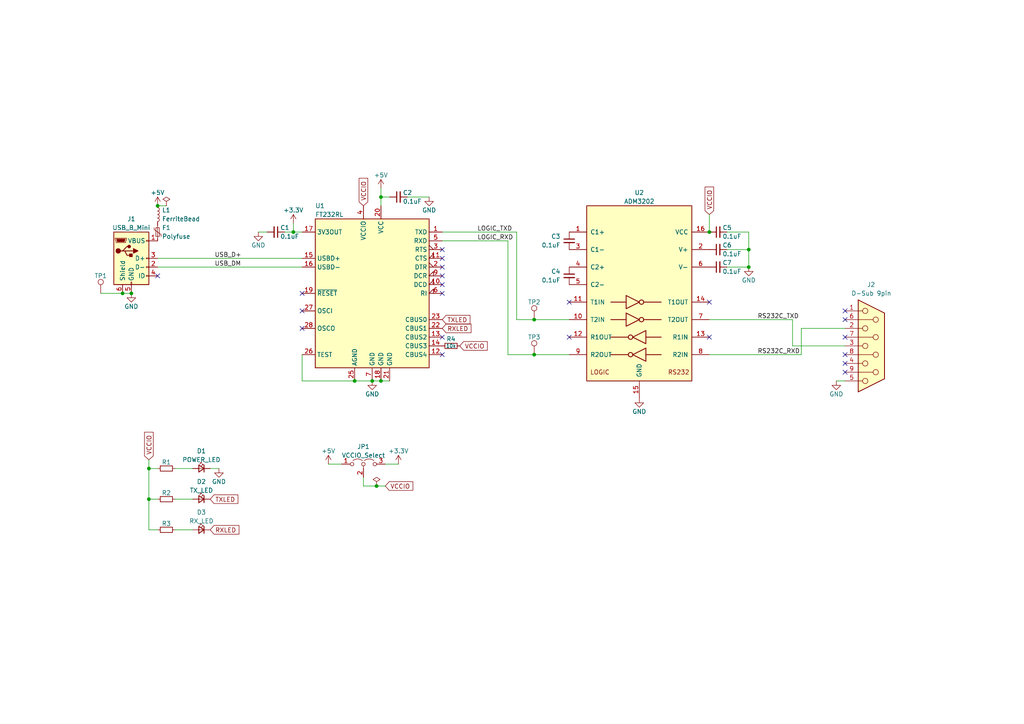
<source format=kicad_sch>
(kicad_sch (version 20230121) (generator eeschema)

  (uuid 979ddee8-b8d2-4526-b9c9-4a90899032b3)

  (paper "A4")

  (title_block
    (title "usbRS232C")
    (date "2023-03-18")
    (rev "v1.0")
    (company "https://github.com/KimiakiK")
  )

  (lib_symbols
    (symbol "Connector:DE9_Receptacle" (pin_names (offset 1.016) hide) (in_bom yes) (on_board yes)
      (property "Reference" "J" (at 0 13.97 0)
        (effects (font (size 1.27 1.27)))
      )
      (property "Value" "DE9_Receptacle" (at 0 -14.605 0)
        (effects (font (size 1.27 1.27)))
      )
      (property "Footprint" "" (at 0 0 0)
        (effects (font (size 1.27 1.27)) hide)
      )
      (property "Datasheet" " ~" (at 0 0 0)
        (effects (font (size 1.27 1.27)) hide)
      )
      (property "ki_keywords" "connector receptacle female D-SUB DB9" (at 0 0 0)
        (effects (font (size 1.27 1.27)) hide)
      )
      (property "ki_description" "9-pin female receptacle socket D-SUB connector" (at 0 0 0)
        (effects (font (size 1.27 1.27)) hide)
      )
      (property "ki_fp_filters" "DSUB*Female*" (at 0 0 0)
        (effects (font (size 1.27 1.27)) hide)
      )
      (symbol "DE9_Receptacle_0_1"
        (circle (center -1.778 -10.16) (radius 0.762)
          (stroke (width 0) (type default))
          (fill (type none))
        )
        (circle (center -1.778 -5.08) (radius 0.762)
          (stroke (width 0) (type default))
          (fill (type none))
        )
        (circle (center -1.778 0) (radius 0.762)
          (stroke (width 0) (type default))
          (fill (type none))
        )
        (circle (center -1.778 5.08) (radius 0.762)
          (stroke (width 0) (type default))
          (fill (type none))
        )
        (circle (center -1.778 10.16) (radius 0.762)
          (stroke (width 0) (type default))
          (fill (type none))
        )
        (polyline
          (pts
            (xy -3.81 -10.16)
            (xy -2.54 -10.16)
          )
          (stroke (width 0) (type default))
          (fill (type none))
        )
        (polyline
          (pts
            (xy -3.81 -7.62)
            (xy 0.508 -7.62)
          )
          (stroke (width 0) (type default))
          (fill (type none))
        )
        (polyline
          (pts
            (xy -3.81 -5.08)
            (xy -2.54 -5.08)
          )
          (stroke (width 0) (type default))
          (fill (type none))
        )
        (polyline
          (pts
            (xy -3.81 -2.54)
            (xy 0.508 -2.54)
          )
          (stroke (width 0) (type default))
          (fill (type none))
        )
        (polyline
          (pts
            (xy -3.81 0)
            (xy -2.54 0)
          )
          (stroke (width 0) (type default))
          (fill (type none))
        )
        (polyline
          (pts
            (xy -3.81 2.54)
            (xy 0.508 2.54)
          )
          (stroke (width 0) (type default))
          (fill (type none))
        )
        (polyline
          (pts
            (xy -3.81 5.08)
            (xy -2.54 5.08)
          )
          (stroke (width 0) (type default))
          (fill (type none))
        )
        (polyline
          (pts
            (xy -3.81 7.62)
            (xy 0.508 7.62)
          )
          (stroke (width 0) (type default))
          (fill (type none))
        )
        (polyline
          (pts
            (xy -3.81 10.16)
            (xy -2.54 10.16)
          )
          (stroke (width 0) (type default))
          (fill (type none))
        )
        (polyline
          (pts
            (xy -3.81 13.335)
            (xy -3.81 -13.335)
            (xy 3.81 -9.525)
            (xy 3.81 9.525)
            (xy -3.81 13.335)
          )
          (stroke (width 0.254) (type default))
          (fill (type background))
        )
        (circle (center 1.27 -7.62) (radius 0.762)
          (stroke (width 0) (type default))
          (fill (type none))
        )
        (circle (center 1.27 -2.54) (radius 0.762)
          (stroke (width 0) (type default))
          (fill (type none))
        )
        (circle (center 1.27 2.54) (radius 0.762)
          (stroke (width 0) (type default))
          (fill (type none))
        )
        (circle (center 1.27 7.62) (radius 0.762)
          (stroke (width 0) (type default))
          (fill (type none))
        )
      )
      (symbol "DE9_Receptacle_1_1"
        (pin passive line (at -7.62 10.16 0) (length 3.81)
          (name "1" (effects (font (size 1.27 1.27))))
          (number "1" (effects (font (size 1.27 1.27))))
        )
        (pin passive line (at -7.62 5.08 0) (length 3.81)
          (name "2" (effects (font (size 1.27 1.27))))
          (number "2" (effects (font (size 1.27 1.27))))
        )
        (pin passive line (at -7.62 0 0) (length 3.81)
          (name "3" (effects (font (size 1.27 1.27))))
          (number "3" (effects (font (size 1.27 1.27))))
        )
        (pin passive line (at -7.62 -5.08 0) (length 3.81)
          (name "4" (effects (font (size 1.27 1.27))))
          (number "4" (effects (font (size 1.27 1.27))))
        )
        (pin passive line (at -7.62 -10.16 0) (length 3.81)
          (name "5" (effects (font (size 1.27 1.27))))
          (number "5" (effects (font (size 1.27 1.27))))
        )
        (pin passive line (at -7.62 7.62 0) (length 3.81)
          (name "6" (effects (font (size 1.27 1.27))))
          (number "6" (effects (font (size 1.27 1.27))))
        )
        (pin passive line (at -7.62 2.54 0) (length 3.81)
          (name "7" (effects (font (size 1.27 1.27))))
          (number "7" (effects (font (size 1.27 1.27))))
        )
        (pin passive line (at -7.62 -2.54 0) (length 3.81)
          (name "8" (effects (font (size 1.27 1.27))))
          (number "8" (effects (font (size 1.27 1.27))))
        )
        (pin passive line (at -7.62 -7.62 0) (length 3.81)
          (name "9" (effects (font (size 1.27 1.27))))
          (number "9" (effects (font (size 1.27 1.27))))
        )
      )
    )
    (symbol "Connector:TestPoint" (pin_numbers hide) (pin_names (offset 0.762) hide) (in_bom yes) (on_board yes)
      (property "Reference" "TP" (at 0 6.858 0)
        (effects (font (size 1.27 1.27)))
      )
      (property "Value" "TestPoint" (at 0 5.08 0)
        (effects (font (size 1.27 1.27)))
      )
      (property "Footprint" "" (at 5.08 0 0)
        (effects (font (size 1.27 1.27)) hide)
      )
      (property "Datasheet" "~" (at 5.08 0 0)
        (effects (font (size 1.27 1.27)) hide)
      )
      (property "ki_keywords" "test point tp" (at 0 0 0)
        (effects (font (size 1.27 1.27)) hide)
      )
      (property "ki_description" "test point" (at 0 0 0)
        (effects (font (size 1.27 1.27)) hide)
      )
      (property "ki_fp_filters" "Pin* Test*" (at 0 0 0)
        (effects (font (size 1.27 1.27)) hide)
      )
      (symbol "TestPoint_0_1"
        (circle (center 0 3.302) (radius 0.762)
          (stroke (width 0) (type default))
          (fill (type none))
        )
      )
      (symbol "TestPoint_1_1"
        (pin passive line (at 0 0 90) (length 2.54)
          (name "1" (effects (font (size 1.27 1.27))))
          (number "1" (effects (font (size 1.27 1.27))))
        )
      )
    )
    (symbol "Connector:USB_B_Mini" (pin_names (offset 1.016)) (in_bom yes) (on_board yes)
      (property "Reference" "J" (at -5.08 11.43 0)
        (effects (font (size 1.27 1.27)) (justify left))
      )
      (property "Value" "USB_B_Mini" (at -5.08 8.89 0)
        (effects (font (size 1.27 1.27)) (justify left))
      )
      (property "Footprint" "" (at 3.81 -1.27 0)
        (effects (font (size 1.27 1.27)) hide)
      )
      (property "Datasheet" "~" (at 3.81 -1.27 0)
        (effects (font (size 1.27 1.27)) hide)
      )
      (property "ki_keywords" "connector USB mini" (at 0 0 0)
        (effects (font (size 1.27 1.27)) hide)
      )
      (property "ki_description" "USB Mini Type B connector" (at 0 0 0)
        (effects (font (size 1.27 1.27)) hide)
      )
      (property "ki_fp_filters" "USB*" (at 0 0 0)
        (effects (font (size 1.27 1.27)) hide)
      )
      (symbol "USB_B_Mini_0_1"
        (rectangle (start -5.08 -7.62) (end 5.08 7.62)
          (stroke (width 0.254) (type default))
          (fill (type background))
        )
        (circle (center -3.81 2.159) (radius 0.635)
          (stroke (width 0.254) (type default))
          (fill (type outline))
        )
        (circle (center -0.635 3.429) (radius 0.381)
          (stroke (width 0.254) (type default))
          (fill (type outline))
        )
        (rectangle (start -0.127 -7.62) (end 0.127 -6.858)
          (stroke (width 0) (type default))
          (fill (type none))
        )
        (polyline
          (pts
            (xy -1.905 2.159)
            (xy 0.635 2.159)
          )
          (stroke (width 0.254) (type default))
          (fill (type none))
        )
        (polyline
          (pts
            (xy -3.175 2.159)
            (xy -2.54 2.159)
            (xy -1.27 3.429)
            (xy -0.635 3.429)
          )
          (stroke (width 0.254) (type default))
          (fill (type none))
        )
        (polyline
          (pts
            (xy -2.54 2.159)
            (xy -1.905 2.159)
            (xy -1.27 0.889)
            (xy 0 0.889)
          )
          (stroke (width 0.254) (type default))
          (fill (type none))
        )
        (polyline
          (pts
            (xy 0.635 2.794)
            (xy 0.635 1.524)
            (xy 1.905 2.159)
            (xy 0.635 2.794)
          )
          (stroke (width 0.254) (type default))
          (fill (type outline))
        )
        (polyline
          (pts
            (xy -4.318 5.588)
            (xy -1.778 5.588)
            (xy -2.032 4.826)
            (xy -4.064 4.826)
            (xy -4.318 5.588)
          )
          (stroke (width 0) (type default))
          (fill (type outline))
        )
        (polyline
          (pts
            (xy -4.699 5.842)
            (xy -4.699 5.588)
            (xy -4.445 4.826)
            (xy -4.445 4.572)
            (xy -1.651 4.572)
            (xy -1.651 4.826)
            (xy -1.397 5.588)
            (xy -1.397 5.842)
            (xy -4.699 5.842)
          )
          (stroke (width 0) (type default))
          (fill (type none))
        )
        (rectangle (start 0.254 1.27) (end -0.508 0.508)
          (stroke (width 0.254) (type default))
          (fill (type outline))
        )
        (rectangle (start 5.08 -5.207) (end 4.318 -4.953)
          (stroke (width 0) (type default))
          (fill (type none))
        )
        (rectangle (start 5.08 -2.667) (end 4.318 -2.413)
          (stroke (width 0) (type default))
          (fill (type none))
        )
        (rectangle (start 5.08 -0.127) (end 4.318 0.127)
          (stroke (width 0) (type default))
          (fill (type none))
        )
        (rectangle (start 5.08 4.953) (end 4.318 5.207)
          (stroke (width 0) (type default))
          (fill (type none))
        )
      )
      (symbol "USB_B_Mini_1_1"
        (pin power_out line (at 7.62 5.08 180) (length 2.54)
          (name "VBUS" (effects (font (size 1.27 1.27))))
          (number "1" (effects (font (size 1.27 1.27))))
        )
        (pin bidirectional line (at 7.62 -2.54 180) (length 2.54)
          (name "D-" (effects (font (size 1.27 1.27))))
          (number "2" (effects (font (size 1.27 1.27))))
        )
        (pin bidirectional line (at 7.62 0 180) (length 2.54)
          (name "D+" (effects (font (size 1.27 1.27))))
          (number "3" (effects (font (size 1.27 1.27))))
        )
        (pin passive line (at 7.62 -5.08 180) (length 2.54)
          (name "ID" (effects (font (size 1.27 1.27))))
          (number "4" (effects (font (size 1.27 1.27))))
        )
        (pin power_out line (at 0 -10.16 90) (length 2.54)
          (name "GND" (effects (font (size 1.27 1.27))))
          (number "5" (effects (font (size 1.27 1.27))))
        )
        (pin passive line (at -2.54 -10.16 90) (length 2.54)
          (name "Shield" (effects (font (size 1.27 1.27))))
          (number "6" (effects (font (size 1.27 1.27))))
        )
      )
    )
    (symbol "Device:C_Small" (pin_numbers hide) (pin_names (offset 0.254) hide) (in_bom yes) (on_board yes)
      (property "Reference" "C" (at 0.254 1.778 0)
        (effects (font (size 1.27 1.27)) (justify left))
      )
      (property "Value" "C_Small" (at 0.254 -2.032 0)
        (effects (font (size 1.27 1.27)) (justify left))
      )
      (property "Footprint" "" (at 0 0 0)
        (effects (font (size 1.27 1.27)) hide)
      )
      (property "Datasheet" "~" (at 0 0 0)
        (effects (font (size 1.27 1.27)) hide)
      )
      (property "ki_keywords" "capacitor cap" (at 0 0 0)
        (effects (font (size 1.27 1.27)) hide)
      )
      (property "ki_description" "Unpolarized capacitor, small symbol" (at 0 0 0)
        (effects (font (size 1.27 1.27)) hide)
      )
      (property "ki_fp_filters" "C_*" (at 0 0 0)
        (effects (font (size 1.27 1.27)) hide)
      )
      (symbol "C_Small_0_1"
        (polyline
          (pts
            (xy -1.524 -0.508)
            (xy 1.524 -0.508)
          )
          (stroke (width 0.3302) (type default))
          (fill (type none))
        )
        (polyline
          (pts
            (xy -1.524 0.508)
            (xy 1.524 0.508)
          )
          (stroke (width 0.3048) (type default))
          (fill (type none))
        )
      )
      (symbol "C_Small_1_1"
        (pin passive line (at 0 2.54 270) (length 2.032)
          (name "~" (effects (font (size 1.27 1.27))))
          (number "1" (effects (font (size 1.27 1.27))))
        )
        (pin passive line (at 0 -2.54 90) (length 2.032)
          (name "~" (effects (font (size 1.27 1.27))))
          (number "2" (effects (font (size 1.27 1.27))))
        )
      )
    )
    (symbol "Device:LED_Small" (pin_numbers hide) (pin_names (offset 0.254) hide) (in_bom yes) (on_board yes)
      (property "Reference" "D" (at -1.27 3.175 0)
        (effects (font (size 1.27 1.27)) (justify left))
      )
      (property "Value" "LED_Small" (at -4.445 -2.54 0)
        (effects (font (size 1.27 1.27)) (justify left))
      )
      (property "Footprint" "" (at 0 0 90)
        (effects (font (size 1.27 1.27)) hide)
      )
      (property "Datasheet" "~" (at 0 0 90)
        (effects (font (size 1.27 1.27)) hide)
      )
      (property "ki_keywords" "LED diode light-emitting-diode" (at 0 0 0)
        (effects (font (size 1.27 1.27)) hide)
      )
      (property "ki_description" "Light emitting diode, small symbol" (at 0 0 0)
        (effects (font (size 1.27 1.27)) hide)
      )
      (property "ki_fp_filters" "LED* LED_SMD:* LED_THT:*" (at 0 0 0)
        (effects (font (size 1.27 1.27)) hide)
      )
      (symbol "LED_Small_0_1"
        (polyline
          (pts
            (xy -0.762 -1.016)
            (xy -0.762 1.016)
          )
          (stroke (width 0.254) (type default))
          (fill (type none))
        )
        (polyline
          (pts
            (xy 1.016 0)
            (xy -0.762 0)
          )
          (stroke (width 0) (type default))
          (fill (type none))
        )
        (polyline
          (pts
            (xy 0.762 -1.016)
            (xy -0.762 0)
            (xy 0.762 1.016)
            (xy 0.762 -1.016)
          )
          (stroke (width 0.254) (type default))
          (fill (type none))
        )
        (polyline
          (pts
            (xy 0 0.762)
            (xy -0.508 1.27)
            (xy -0.254 1.27)
            (xy -0.508 1.27)
            (xy -0.508 1.016)
          )
          (stroke (width 0) (type default))
          (fill (type none))
        )
        (polyline
          (pts
            (xy 0.508 1.27)
            (xy 0 1.778)
            (xy 0.254 1.778)
            (xy 0 1.778)
            (xy 0 1.524)
          )
          (stroke (width 0) (type default))
          (fill (type none))
        )
      )
      (symbol "LED_Small_1_1"
        (pin passive line (at -2.54 0 0) (length 1.778)
          (name "K" (effects (font (size 1.27 1.27))))
          (number "1" (effects (font (size 1.27 1.27))))
        )
        (pin passive line (at 2.54 0 180) (length 1.778)
          (name "A" (effects (font (size 1.27 1.27))))
          (number "2" (effects (font (size 1.27 1.27))))
        )
      )
    )
    (symbol "Device:L_Small" (pin_numbers hide) (pin_names (offset 0.254) hide) (in_bom yes) (on_board yes)
      (property "Reference" "L" (at 0.762 1.016 0)
        (effects (font (size 1.27 1.27)) (justify left))
      )
      (property "Value" "L_Small" (at 0.762 -1.016 0)
        (effects (font (size 1.27 1.27)) (justify left))
      )
      (property "Footprint" "" (at 0 0 0)
        (effects (font (size 1.27 1.27)) hide)
      )
      (property "Datasheet" "~" (at 0 0 0)
        (effects (font (size 1.27 1.27)) hide)
      )
      (property "ki_keywords" "inductor choke coil reactor magnetic" (at 0 0 0)
        (effects (font (size 1.27 1.27)) hide)
      )
      (property "ki_description" "Inductor, small symbol" (at 0 0 0)
        (effects (font (size 1.27 1.27)) hide)
      )
      (property "ki_fp_filters" "Choke_* *Coil* Inductor_* L_*" (at 0 0 0)
        (effects (font (size 1.27 1.27)) hide)
      )
      (symbol "L_Small_0_1"
        (arc (start 0 -2.032) (mid 0.5058 -1.524) (end 0 -1.016)
          (stroke (width 0) (type default))
          (fill (type none))
        )
        (arc (start 0 -1.016) (mid 0.5058 -0.508) (end 0 0)
          (stroke (width 0) (type default))
          (fill (type none))
        )
        (arc (start 0 0) (mid 0.5058 0.508) (end 0 1.016)
          (stroke (width 0) (type default))
          (fill (type none))
        )
        (arc (start 0 1.016) (mid 0.5058 1.524) (end 0 2.032)
          (stroke (width 0) (type default))
          (fill (type none))
        )
      )
      (symbol "L_Small_1_1"
        (pin passive line (at 0 2.54 270) (length 0.508)
          (name "~" (effects (font (size 1.27 1.27))))
          (number "1" (effects (font (size 1.27 1.27))))
        )
        (pin passive line (at 0 -2.54 90) (length 0.508)
          (name "~" (effects (font (size 1.27 1.27))))
          (number "2" (effects (font (size 1.27 1.27))))
        )
      )
    )
    (symbol "Device:Polyfuse_Small" (pin_numbers hide) (pin_names (offset 0)) (in_bom yes) (on_board yes)
      (property "Reference" "F" (at -1.905 0 90)
        (effects (font (size 1.27 1.27)))
      )
      (property "Value" "Polyfuse_Small" (at 1.905 0 90)
        (effects (font (size 1.27 1.27)))
      )
      (property "Footprint" "" (at 1.27 -5.08 0)
        (effects (font (size 1.27 1.27)) (justify left) hide)
      )
      (property "Datasheet" "~" (at 0 0 0)
        (effects (font (size 1.27 1.27)) hide)
      )
      (property "ki_keywords" "resettable fuse PTC PPTC polyfuse polyswitch" (at 0 0 0)
        (effects (font (size 1.27 1.27)) hide)
      )
      (property "ki_description" "Resettable fuse, polymeric positive temperature coefficient, small symbol" (at 0 0 0)
        (effects (font (size 1.27 1.27)) hide)
      )
      (property "ki_fp_filters" "*polyfuse* *PTC*" (at 0 0 0)
        (effects (font (size 1.27 1.27)) hide)
      )
      (symbol "Polyfuse_Small_0_1"
        (rectangle (start -0.508 1.27) (end 0.508 -1.27)
          (stroke (width 0) (type default))
          (fill (type none))
        )
        (polyline
          (pts
            (xy 0 2.54)
            (xy 0 -2.54)
          )
          (stroke (width 0) (type default))
          (fill (type none))
        )
        (polyline
          (pts
            (xy -1.016 1.27)
            (xy -1.016 0.762)
            (xy 1.016 -0.762)
            (xy 1.016 -1.27)
          )
          (stroke (width 0) (type default))
          (fill (type none))
        )
      )
      (symbol "Polyfuse_Small_1_1"
        (pin passive line (at 0 2.54 270) (length 0.635)
          (name "~" (effects (font (size 1.27 1.27))))
          (number "1" (effects (font (size 1.27 1.27))))
        )
        (pin passive line (at 0 -2.54 90) (length 0.635)
          (name "~" (effects (font (size 1.27 1.27))))
          (number "2" (effects (font (size 1.27 1.27))))
        )
      )
    )
    (symbol "Device:R_Small" (pin_numbers hide) (pin_names (offset 0.254) hide) (in_bom yes) (on_board yes)
      (property "Reference" "R" (at 0.762 0.508 0)
        (effects (font (size 1.27 1.27)) (justify left))
      )
      (property "Value" "R_Small" (at 0.762 -1.016 0)
        (effects (font (size 1.27 1.27)) (justify left))
      )
      (property "Footprint" "" (at 0 0 0)
        (effects (font (size 1.27 1.27)) hide)
      )
      (property "Datasheet" "~" (at 0 0 0)
        (effects (font (size 1.27 1.27)) hide)
      )
      (property "ki_keywords" "R resistor" (at 0 0 0)
        (effects (font (size 1.27 1.27)) hide)
      )
      (property "ki_description" "Resistor, small symbol" (at 0 0 0)
        (effects (font (size 1.27 1.27)) hide)
      )
      (property "ki_fp_filters" "R_*" (at 0 0 0)
        (effects (font (size 1.27 1.27)) hide)
      )
      (symbol "R_Small_0_1"
        (rectangle (start -0.762 1.778) (end 0.762 -1.778)
          (stroke (width 0.2032) (type default))
          (fill (type none))
        )
      )
      (symbol "R_Small_1_1"
        (pin passive line (at 0 2.54 270) (length 0.762)
          (name "~" (effects (font (size 1.27 1.27))))
          (number "1" (effects (font (size 1.27 1.27))))
        )
        (pin passive line (at 0 -2.54 90) (length 0.762)
          (name "~" (effects (font (size 1.27 1.27))))
          (number "2" (effects (font (size 1.27 1.27))))
        )
      )
    )
    (symbol "Jumper:Jumper_3_Open" (pin_names (offset 0) hide) (in_bom yes) (on_board yes)
      (property "Reference" "JP" (at -2.54 -2.54 0)
        (effects (font (size 1.27 1.27)))
      )
      (property "Value" "Jumper_3_Open" (at 0 2.794 0)
        (effects (font (size 1.27 1.27)))
      )
      (property "Footprint" "" (at 0 0 0)
        (effects (font (size 1.27 1.27)) hide)
      )
      (property "Datasheet" "~" (at 0 0 0)
        (effects (font (size 1.27 1.27)) hide)
      )
      (property "ki_keywords" "Jumper SPDT" (at 0 0 0)
        (effects (font (size 1.27 1.27)) hide)
      )
      (property "ki_description" "Jumper, 3-pole, both open" (at 0 0 0)
        (effects (font (size 1.27 1.27)) hide)
      )
      (property "ki_fp_filters" "Jumper* TestPoint*3Pads* TestPoint*Bridge*" (at 0 0 0)
        (effects (font (size 1.27 1.27)) hide)
      )
      (symbol "Jumper_3_Open_0_0"
        (circle (center -3.302 0) (radius 0.508)
          (stroke (width 0) (type default))
          (fill (type none))
        )
        (circle (center 0 0) (radius 0.508)
          (stroke (width 0) (type default))
          (fill (type none))
        )
        (circle (center 3.302 0) (radius 0.508)
          (stroke (width 0) (type default))
          (fill (type none))
        )
      )
      (symbol "Jumper_3_Open_0_1"
        (arc (start -0.254 1.016) (mid -1.651 1.4992) (end -3.048 1.016)
          (stroke (width 0) (type default))
          (fill (type none))
        )
        (polyline
          (pts
            (xy 0 -0.508)
            (xy 0 -1.27)
          )
          (stroke (width 0) (type default))
          (fill (type none))
        )
        (arc (start 3.048 1.016) (mid 1.651 1.4992) (end 0.254 1.016)
          (stroke (width 0) (type default))
          (fill (type none))
        )
      )
      (symbol "Jumper_3_Open_1_1"
        (pin passive line (at -6.35 0 0) (length 2.54)
          (name "A" (effects (font (size 1.27 1.27))))
          (number "1" (effects (font (size 1.27 1.27))))
        )
        (pin passive line (at 0 -3.81 90) (length 2.54)
          (name "C" (effects (font (size 1.27 1.27))))
          (number "2" (effects (font (size 1.27 1.27))))
        )
        (pin passive line (at 6.35 0 180) (length 2.54)
          (name "B" (effects (font (size 1.27 1.27))))
          (number "3" (effects (font (size 1.27 1.27))))
        )
      )
    )
    (symbol "power:+3.3V" (power) (pin_names (offset 0)) (in_bom yes) (on_board yes)
      (property "Reference" "#PWR" (at 0 -3.81 0)
        (effects (font (size 1.27 1.27)) hide)
      )
      (property "Value" "+3.3V" (at 0 3.556 0)
        (effects (font (size 1.27 1.27)))
      )
      (property "Footprint" "" (at 0 0 0)
        (effects (font (size 1.27 1.27)) hide)
      )
      (property "Datasheet" "" (at 0 0 0)
        (effects (font (size 1.27 1.27)) hide)
      )
      (property "ki_keywords" "global power" (at 0 0 0)
        (effects (font (size 1.27 1.27)) hide)
      )
      (property "ki_description" "Power symbol creates a global label with name \"+3.3V\"" (at 0 0 0)
        (effects (font (size 1.27 1.27)) hide)
      )
      (symbol "+3.3V_0_1"
        (polyline
          (pts
            (xy -0.762 1.27)
            (xy 0 2.54)
          )
          (stroke (width 0) (type default))
          (fill (type none))
        )
        (polyline
          (pts
            (xy 0 0)
            (xy 0 2.54)
          )
          (stroke (width 0) (type default))
          (fill (type none))
        )
        (polyline
          (pts
            (xy 0 2.54)
            (xy 0.762 1.27)
          )
          (stroke (width 0) (type default))
          (fill (type none))
        )
      )
      (symbol "+3.3V_1_1"
        (pin power_in line (at 0 0 90) (length 0) hide
          (name "+3.3V" (effects (font (size 1.27 1.27))))
          (number "1" (effects (font (size 1.27 1.27))))
        )
      )
    )
    (symbol "power:+5V" (power) (pin_names (offset 0)) (in_bom yes) (on_board yes)
      (property "Reference" "#PWR" (at 0 -3.81 0)
        (effects (font (size 1.27 1.27)) hide)
      )
      (property "Value" "+5V" (at 0 3.556 0)
        (effects (font (size 1.27 1.27)))
      )
      (property "Footprint" "" (at 0 0 0)
        (effects (font (size 1.27 1.27)) hide)
      )
      (property "Datasheet" "" (at 0 0 0)
        (effects (font (size 1.27 1.27)) hide)
      )
      (property "ki_keywords" "global power" (at 0 0 0)
        (effects (font (size 1.27 1.27)) hide)
      )
      (property "ki_description" "Power symbol creates a global label with name \"+5V\"" (at 0 0 0)
        (effects (font (size 1.27 1.27)) hide)
      )
      (symbol "+5V_0_1"
        (polyline
          (pts
            (xy -0.762 1.27)
            (xy 0 2.54)
          )
          (stroke (width 0) (type default))
          (fill (type none))
        )
        (polyline
          (pts
            (xy 0 0)
            (xy 0 2.54)
          )
          (stroke (width 0) (type default))
          (fill (type none))
        )
        (polyline
          (pts
            (xy 0 2.54)
            (xy 0.762 1.27)
          )
          (stroke (width 0) (type default))
          (fill (type none))
        )
      )
      (symbol "+5V_1_1"
        (pin power_in line (at 0 0 90) (length 0) hide
          (name "+5V" (effects (font (size 1.27 1.27))))
          (number "1" (effects (font (size 1.27 1.27))))
        )
      )
    )
    (symbol "power:GND" (power) (pin_names (offset 0)) (in_bom yes) (on_board yes)
      (property "Reference" "#PWR" (at 0 -6.35 0)
        (effects (font (size 1.27 1.27)) hide)
      )
      (property "Value" "GND" (at 0 -3.81 0)
        (effects (font (size 1.27 1.27)))
      )
      (property "Footprint" "" (at 0 0 0)
        (effects (font (size 1.27 1.27)) hide)
      )
      (property "Datasheet" "" (at 0 0 0)
        (effects (font (size 1.27 1.27)) hide)
      )
      (property "ki_keywords" "global power" (at 0 0 0)
        (effects (font (size 1.27 1.27)) hide)
      )
      (property "ki_description" "Power symbol creates a global label with name \"GND\" , ground" (at 0 0 0)
        (effects (font (size 1.27 1.27)) hide)
      )
      (symbol "GND_0_1"
        (polyline
          (pts
            (xy 0 0)
            (xy 0 -1.27)
            (xy 1.27 -1.27)
            (xy 0 -2.54)
            (xy -1.27 -1.27)
            (xy 0 -1.27)
          )
          (stroke (width 0) (type default))
          (fill (type none))
        )
      )
      (symbol "GND_1_1"
        (pin power_in line (at 0 0 270) (length 0) hide
          (name "GND" (effects (font (size 1.27 1.27))))
          (number "1" (effects (font (size 1.27 1.27))))
        )
      )
    )
    (symbol "power:PWR_FLAG" (power) (pin_numbers hide) (pin_names (offset 0) hide) (in_bom yes) (on_board yes)
      (property "Reference" "#FLG" (at 0 1.905 0)
        (effects (font (size 1.27 1.27)) hide)
      )
      (property "Value" "PWR_FLAG" (at 0 3.81 0)
        (effects (font (size 1.27 1.27)))
      )
      (property "Footprint" "" (at 0 0 0)
        (effects (font (size 1.27 1.27)) hide)
      )
      (property "Datasheet" "~" (at 0 0 0)
        (effects (font (size 1.27 1.27)) hide)
      )
      (property "ki_keywords" "flag power" (at 0 0 0)
        (effects (font (size 1.27 1.27)) hide)
      )
      (property "ki_description" "Special symbol for telling ERC where power comes from" (at 0 0 0)
        (effects (font (size 1.27 1.27)) hide)
      )
      (symbol "PWR_FLAG_0_0"
        (pin power_out line (at 0 0 90) (length 0)
          (name "pwr" (effects (font (size 1.27 1.27))))
          (number "1" (effects (font (size 1.27 1.27))))
        )
      )
      (symbol "PWR_FLAG_0_1"
        (polyline
          (pts
            (xy 0 0)
            (xy 0 1.27)
            (xy -1.016 1.905)
            (xy 0 2.54)
            (xy 1.016 1.905)
            (xy 0 1.27)
          )
          (stroke (width 0) (type default))
          (fill (type none))
        )
      )
    )
    (symbol "usbRS232C:ADM3202" (pin_names (offset 1.016)) (in_bom yes) (on_board yes)
      (property "Reference" "U" (at -13.97 26.67 0)
        (effects (font (size 1.27 1.27)))
      )
      (property "Value" "ADM3202" (at 12.7 26.67 0)
        (effects (font (size 1.27 1.27)))
      )
      (property "Footprint" "" (at 0 2.54 0)
        (effects (font (size 1.27 1.27)) hide)
      )
      (property "Datasheet" "" (at 0 2.54 0)
        (effects (font (size 1.27 1.27)) hide)
      )
      (property "ki_keywords" "rs232 uart transceiver" (at 0 0 0)
        (effects (font (size 1.27 1.27)) hide)
      )
      (property "ki_description" "Dual RS232 driver/receiver" (at 0 0 0)
        (effects (font (size 1.27 1.27)) hide)
      )
      (property "ki_fp_filters" "SO* DIP*W7.62mm*" (at 0 0 0)
        (effects (font (size 1.27 1.27)) hide)
      )
      (symbol "ADM3202_0_0"
        (text "LOGIC" (at -11.43 -22.86 0)
          (effects (font (size 1.27 1.27)))
        )
        (text "RS232" (at 11.43 -22.86 0)
          (effects (font (size 1.27 1.27)))
        )
      )
      (symbol "ADM3202_0_1"
        (rectangle (start -15.24 -25.4) (end 15.24 25.4)
          (stroke (width 0.254) (type default))
          (fill (type background))
        )
        (circle (center -2.54 -17.78) (radius 0.635)
          (stroke (width 0.254) (type default))
          (fill (type none))
        )
        (circle (center -2.54 -12.7) (radius 0.635)
          (stroke (width 0.254) (type default))
          (fill (type none))
        )
        (polyline
          (pts
            (xy -3.81 -7.62)
            (xy -8.255 -7.62)
          )
          (stroke (width 0.254) (type default))
          (fill (type none))
        )
        (polyline
          (pts
            (xy -3.81 -2.54)
            (xy -8.255 -2.54)
          )
          (stroke (width 0.254) (type default))
          (fill (type none))
        )
        (polyline
          (pts
            (xy -3.175 -17.78)
            (xy -8.255 -17.78)
          )
          (stroke (width 0.254) (type default))
          (fill (type none))
        )
        (polyline
          (pts
            (xy -3.175 -12.7)
            (xy -8.255 -12.7)
          )
          (stroke (width 0.254) (type default))
          (fill (type none))
        )
        (polyline
          (pts
            (xy 1.27 -7.62)
            (xy 6.35 -7.62)
          )
          (stroke (width 0.254) (type default))
          (fill (type none))
        )
        (polyline
          (pts
            (xy 1.27 -2.54)
            (xy 6.35 -2.54)
          )
          (stroke (width 0.254) (type default))
          (fill (type none))
        )
        (polyline
          (pts
            (xy 1.905 -17.78)
            (xy 6.35 -17.78)
          )
          (stroke (width 0.254) (type default))
          (fill (type none))
        )
        (polyline
          (pts
            (xy 1.905 -12.7)
            (xy 6.35 -12.7)
          )
          (stroke (width 0.254) (type default))
          (fill (type none))
        )
        (polyline
          (pts
            (xy -3.81 -5.715)
            (xy -3.81 -9.525)
            (xy 0 -7.62)
            (xy -3.81 -5.715)
          )
          (stroke (width 0.254) (type default))
          (fill (type none))
        )
        (polyline
          (pts
            (xy -3.81 -0.635)
            (xy -3.81 -4.445)
            (xy 0 -2.54)
            (xy -3.81 -0.635)
          )
          (stroke (width 0.254) (type default))
          (fill (type none))
        )
        (polyline
          (pts
            (xy 1.905 -15.875)
            (xy 1.905 -19.685)
            (xy -1.905 -17.78)
            (xy 1.905 -15.875)
          )
          (stroke (width 0.254) (type default))
          (fill (type none))
        )
        (polyline
          (pts
            (xy 1.905 -10.795)
            (xy 1.905 -14.605)
            (xy -1.905 -12.7)
            (xy 1.905 -10.795)
          )
          (stroke (width 0.254) (type default))
          (fill (type none))
        )
        (circle (center 0.635 -7.62) (radius 0.635)
          (stroke (width 0.254) (type default))
          (fill (type none))
        )
        (circle (center 0.635 -2.54) (radius 0.635)
          (stroke (width 0.254) (type default))
          (fill (type none))
        )
      )
      (symbol "ADM3202_1_1"
        (pin passive line (at -20.32 17.78 0) (length 5.08)
          (name "C1+" (effects (font (size 1.27 1.27))))
          (number "1" (effects (font (size 1.27 1.27))))
        )
        (pin input line (at -20.32 -7.62 0) (length 5.08)
          (name "T2IN" (effects (font (size 1.27 1.27))))
          (number "10" (effects (font (size 1.27 1.27))))
        )
        (pin input line (at -20.32 -2.54 0) (length 5.08)
          (name "T1IN" (effects (font (size 1.27 1.27))))
          (number "11" (effects (font (size 1.27 1.27))))
        )
        (pin output line (at -20.32 -12.7 0) (length 5.08)
          (name "R1OUT" (effects (font (size 1.27 1.27))))
          (number "12" (effects (font (size 1.27 1.27))))
        )
        (pin input line (at 20.32 -12.7 180) (length 5.08)
          (name "R1IN" (effects (font (size 1.27 1.27))))
          (number "13" (effects (font (size 1.27 1.27))))
        )
        (pin output line (at 20.32 -2.54 180) (length 5.08)
          (name "T1OUT" (effects (font (size 1.27 1.27))))
          (number "14" (effects (font (size 1.27 1.27))))
        )
        (pin power_in line (at 0 -30.48 90) (length 5.08)
          (name "GND" (effects (font (size 1.27 1.27))))
          (number "15" (effects (font (size 1.27 1.27))))
        )
        (pin power_in line (at 20.32 17.78 180) (length 5.08)
          (name "VCC" (effects (font (size 1.27 1.27))))
          (number "16" (effects (font (size 1.27 1.27))))
        )
        (pin passive line (at 20.32 12.7 180) (length 5.08)
          (name "V+" (effects (font (size 1.27 1.27))))
          (number "2" (effects (font (size 1.27 1.27))))
        )
        (pin passive line (at -20.32 12.7 0) (length 5.08)
          (name "C1-" (effects (font (size 1.27 1.27))))
          (number "3" (effects (font (size 1.27 1.27))))
        )
        (pin passive line (at -20.32 7.62 0) (length 5.08)
          (name "C2+" (effects (font (size 1.27 1.27))))
          (number "4" (effects (font (size 1.27 1.27))))
        )
        (pin passive line (at -20.32 2.54 0) (length 5.08)
          (name "C2-" (effects (font (size 1.27 1.27))))
          (number "5" (effects (font (size 1.27 1.27))))
        )
        (pin passive line (at 20.32 7.62 180) (length 5.08)
          (name "V-" (effects (font (size 1.27 1.27))))
          (number "6" (effects (font (size 1.27 1.27))))
        )
        (pin output line (at 20.32 -7.62 180) (length 5.08)
          (name "T2OUT" (effects (font (size 1.27 1.27))))
          (number "7" (effects (font (size 1.27 1.27))))
        )
        (pin input line (at 20.32 -17.78 180) (length 5.08)
          (name "R2IN" (effects (font (size 1.27 1.27))))
          (number "8" (effects (font (size 1.27 1.27))))
        )
        (pin output line (at -20.32 -17.78 0) (length 5.08)
          (name "R2OUT" (effects (font (size 1.27 1.27))))
          (number "9" (effects (font (size 1.27 1.27))))
        )
      )
    )
    (symbol "usbRS232C:FT232RL" (in_bom yes) (on_board yes)
      (property "Reference" "U" (at -16.51 22.86 0)
        (effects (font (size 1.27 1.27)) (justify left))
      )
      (property "Value" "FT232RL" (at 10.16 22.86 0)
        (effects (font (size 1.27 1.27)) (justify left))
      )
      (property "Footprint" "Package_SO:SSOP-28_5.3x10.2mm_P0.65mm" (at 27.94 -22.86 0)
        (effects (font (size 1.27 1.27)) hide)
      )
      (property "Datasheet" "https://www.ftdichip.com/Support/Documents/DataSheets/ICs/DS_FT232R.pdf" (at 0 0 0)
        (effects (font (size 1.27 1.27)) hide)
      )
      (property "ki_keywords" "FTDI USB Serial" (at 0 0 0)
        (effects (font (size 1.27 1.27)) hide)
      )
      (property "ki_description" "USB to Serial Interface, SSOP-28" (at 0 0 0)
        (effects (font (size 1.27 1.27)) hide)
      )
      (property "ki_fp_filters" "SSOP*5.3x10.2mm*P0.65mm*" (at 0 0 0)
        (effects (font (size 1.27 1.27)) hide)
      )
      (symbol "FT232RL_0_1"
        (rectangle (start -16.51 21.59) (end 16.51 -21.59)
          (stroke (width 0.254) (type default))
          (fill (type background))
        )
      )
      (symbol "FT232RL_1_1"
        (pin output line (at 20.32 17.78 180) (length 3.81)
          (name "TXD" (effects (font (size 1.27 1.27))))
          (number "1" (effects (font (size 1.27 1.27))))
        )
        (pin input input_low (at 20.32 2.54 180) (length 3.81)
          (name "DCD" (effects (font (size 1.27 1.27))))
          (number "10" (effects (font (size 1.27 1.27))))
        )
        (pin input input_low (at 20.32 10.16 180) (length 3.81)
          (name "CTS" (effects (font (size 1.27 1.27))))
          (number "11" (effects (font (size 1.27 1.27))))
        )
        (pin bidirectional line (at 20.32 -17.78 180) (length 3.81)
          (name "CBUS4" (effects (font (size 1.27 1.27))))
          (number "12" (effects (font (size 1.27 1.27))))
        )
        (pin bidirectional line (at 20.32 -12.7 180) (length 3.81)
          (name "CBUS2" (effects (font (size 1.27 1.27))))
          (number "13" (effects (font (size 1.27 1.27))))
        )
        (pin bidirectional line (at 20.32 -15.24 180) (length 3.81)
          (name "CBUS3" (effects (font (size 1.27 1.27))))
          (number "14" (effects (font (size 1.27 1.27))))
        )
        (pin bidirectional line (at -20.32 10.16 0) (length 3.81)
          (name "USBD+" (effects (font (size 1.27 1.27))))
          (number "15" (effects (font (size 1.27 1.27))))
        )
        (pin bidirectional line (at -20.32 7.62 0) (length 3.81)
          (name "USBD-" (effects (font (size 1.27 1.27))))
          (number "16" (effects (font (size 1.27 1.27))))
        )
        (pin power_out line (at -20.32 17.78 0) (length 3.81)
          (name "3V3OUT" (effects (font (size 1.27 1.27))))
          (number "17" (effects (font (size 1.27 1.27))))
        )
        (pin power_in line (at 2.54 -25.4 90) (length 3.81)
          (name "GND" (effects (font (size 1.27 1.27))))
          (number "18" (effects (font (size 1.27 1.27))))
        )
        (pin input line (at -20.32 0 0) (length 3.81)
          (name "~{RESET}" (effects (font (size 1.27 1.27))))
          (number "19" (effects (font (size 1.27 1.27))))
        )
        (pin output output_low (at 20.32 7.62 180) (length 3.81)
          (name "DTR" (effects (font (size 1.27 1.27))))
          (number "2" (effects (font (size 1.27 1.27))))
        )
        (pin power_in line (at 2.54 25.4 270) (length 3.81)
          (name "VCC" (effects (font (size 1.27 1.27))))
          (number "20" (effects (font (size 1.27 1.27))))
        )
        (pin power_in line (at 5.08 -25.4 90) (length 3.81)
          (name "GND" (effects (font (size 1.27 1.27))))
          (number "21" (effects (font (size 1.27 1.27))))
        )
        (pin bidirectional line (at 20.32 -10.16 180) (length 3.81)
          (name "CBUS1" (effects (font (size 1.27 1.27))))
          (number "22" (effects (font (size 1.27 1.27))))
        )
        (pin bidirectional line (at 20.32 -7.62 180) (length 3.81)
          (name "CBUS0" (effects (font (size 1.27 1.27))))
          (number "23" (effects (font (size 1.27 1.27))))
        )
        (pin power_in line (at -5.08 -25.4 90) (length 3.81)
          (name "AGND" (effects (font (size 1.27 1.27))))
          (number "25" (effects (font (size 1.27 1.27))))
        )
        (pin input line (at -20.32 -17.78 0) (length 3.81)
          (name "TEST" (effects (font (size 1.27 1.27))))
          (number "26" (effects (font (size 1.27 1.27))))
        )
        (pin input line (at -20.32 -5.08 0) (length 3.81)
          (name "OSCI" (effects (font (size 1.27 1.27))))
          (number "27" (effects (font (size 1.27 1.27))))
        )
        (pin output line (at -20.32 -10.16 0) (length 3.81)
          (name "OSCO" (effects (font (size 1.27 1.27))))
          (number "28" (effects (font (size 1.27 1.27))))
        )
        (pin output output_low (at 20.32 12.7 180) (length 3.81)
          (name "RTS" (effects (font (size 1.27 1.27))))
          (number "3" (effects (font (size 1.27 1.27))))
        )
        (pin power_in line (at -2.54 25.4 270) (length 3.81)
          (name "VCCIO" (effects (font (size 1.27 1.27))))
          (number "4" (effects (font (size 1.27 1.27))))
        )
        (pin input line (at 20.32 15.24 180) (length 3.81)
          (name "RXD" (effects (font (size 1.27 1.27))))
          (number "5" (effects (font (size 1.27 1.27))))
        )
        (pin input input_low (at 20.32 0 180) (length 3.81)
          (name "RI" (effects (font (size 1.27 1.27))))
          (number "6" (effects (font (size 1.27 1.27))))
        )
        (pin power_in line (at 0 -25.4 90) (length 3.81)
          (name "GND" (effects (font (size 1.27 1.27))))
          (number "7" (effects (font (size 1.27 1.27))))
        )
        (pin input input_low (at 20.32 5.08 180) (length 3.81)
          (name "DCR" (effects (font (size 1.27 1.27))))
          (number "9" (effects (font (size 1.27 1.27))))
        )
      )
    )
  )

  (junction (at 102.87 110.49) (diameter 0) (color 0 0 0 0)
    (uuid 11d5fdc9-1c2a-45e9-b535-d24f60edcea5)
  )
  (junction (at 43.18 144.78) (diameter 0) (color 0 0 0 0)
    (uuid 1d044abc-fefd-499c-a6b1-34b5c96acb12)
  )
  (junction (at 205.74 67.31) (diameter 0) (color 0 0 0 0)
    (uuid 27f58d87-6bf2-4e1f-81b4-0fc1bddb7614)
  )
  (junction (at 107.95 110.49) (diameter 0) (color 0 0 0 0)
    (uuid 4c97672f-4756-4124-b853-a2d6fa8f8687)
  )
  (junction (at 154.94 102.87) (diameter 0) (color 0 0 0 0)
    (uuid 6ffe3957-20d0-4827-aa6d-c0904c3b5702)
  )
  (junction (at 110.49 57.15) (diameter 0) (color 0 0 0 0)
    (uuid 72a3457b-8fc1-4553-a6f6-7f9abb6a900a)
  )
  (junction (at 217.17 77.47) (diameter 0) (color 0 0 0 0)
    (uuid 9255c025-55a2-48ff-9f9d-50c3c7d0b8ea)
  )
  (junction (at 38.1 85.09) (diameter 0) (color 0 0 0 0)
    (uuid 996e2f03-df57-47b3-be5c-9a34b3eb56e6)
  )
  (junction (at 45.72 59.69) (diameter 0) (color 0 0 0 0)
    (uuid 9b9b3d3e-e574-4a4b-8bf1-34bc15c57f4d)
  )
  (junction (at 35.56 85.09) (diameter 0) (color 0 0 0 0)
    (uuid 9d10ba9f-27f3-4a09-93ec-f59d4ed96b9d)
  )
  (junction (at 43.18 135.89) (diameter 0) (color 0 0 0 0)
    (uuid ad7436a7-2324-4db0-8d70-2ba28bc400a2)
  )
  (junction (at 154.94 92.71) (diameter 0) (color 0 0 0 0)
    (uuid c6a3b043-7d10-485f-baf6-b4b4e67f20e6)
  )
  (junction (at 110.49 110.49) (diameter 0) (color 0 0 0 0)
    (uuid e1c5fd0c-14ac-4bb6-9349-39730e436eeb)
  )
  (junction (at 85.09 67.31) (diameter 0) (color 0 0 0 0)
    (uuid e794eee7-c6bf-4aad-a82a-5ba236d6c52c)
  )
  (junction (at 217.17 72.39) (diameter 0) (color 0 0 0 0)
    (uuid fb9a5ea8-d918-41c6-b551-fd5dc971d809)
  )
  (junction (at 109.22 140.97) (diameter 0) (color 0 0 0 0)
    (uuid ffb08590-d40f-4d21-b66f-3259b33a0783)
  )

  (no_connect (at 128.27 97.79) (uuid 06ba321b-c13f-4207-91f2-d714c86c7bdd))
  (no_connect (at 245.11 92.71) (uuid 0d32cf79-25a8-4a60-a0f2-9d4ecb760724))
  (no_connect (at 87.63 95.25) (uuid 1522919b-d686-4b9b-8c3d-e19e85c3369a))
  (no_connect (at 165.1 97.79) (uuid 2b675ea5-fee0-4da3-8de1-297502d4a304))
  (no_connect (at 165.1 87.63) (uuid 3330b82c-7651-47c0-bb48-7a90b2f5a55d))
  (no_connect (at 128.27 82.55) (uuid 3521b3b9-fdc9-4444-a961-21d24cd3868d))
  (no_connect (at 128.27 80.01) (uuid 4b40a3db-0fa6-41a0-b4f2-9f47f0f7368f))
  (no_connect (at 128.27 77.47) (uuid 5152b582-49b0-45ba-af67-699508199918))
  (no_connect (at 87.63 85.09) (uuid 52ab2a54-bf1c-4c32-9054-0209919daf33))
  (no_connect (at 87.63 90.17) (uuid 614a69ed-d806-465b-89d5-96d200ebb70a))
  (no_connect (at 45.72 80.01) (uuid 6f79a912-9fcc-4389-8c40-53798aaf9c7c))
  (no_connect (at 245.11 102.87) (uuid 7a2ed84e-8eca-4960-84d3-9c92e9d84d15))
  (no_connect (at 245.11 107.95) (uuid 7a6b525a-e639-414c-a950-47c3ba7712aa))
  (no_connect (at 245.11 97.79) (uuid 7db9a96e-5c66-427b-bb3b-e1537fe63daf))
  (no_connect (at 128.27 102.87) (uuid 96128f2a-c258-4826-8897-9caf222d9298))
  (no_connect (at 245.11 90.17) (uuid a2a766cb-5349-4172-99ba-85e25bc181c1))
  (no_connect (at 205.74 97.79) (uuid a7cca137-5e67-4872-86cb-22ec782d222f))
  (no_connect (at 128.27 74.93) (uuid b8304ba3-7560-4af2-958c-f45b47703831))
  (no_connect (at 245.11 105.41) (uuid ba82cc04-0509-4454-ba1c-d3fe2bc33948))
  (no_connect (at 205.74 87.63) (uuid bfc3487e-fa7a-4acc-bebc-07f906893493))
  (no_connect (at 128.27 72.39) (uuid c13fcf45-9b1a-417a-90e5-43518eea3cfc))
  (no_connect (at 128.27 85.09) (uuid c562288f-9748-4ed8-934f-88ef09690dde))

  (wire (pts (xy 109.22 140.97) (xy 111.76 140.97))
    (stroke (width 0) (type default))
    (uuid 041f51d3-43b0-4434-82f3-a62989af90bd)
  )
  (wire (pts (xy 105.41 138.43) (xy 105.41 140.97))
    (stroke (width 0) (type default))
    (uuid 056c0ff7-634d-42da-8290-b201b5dfc190)
  )
  (wire (pts (xy 74.93 67.31) (xy 77.47 67.31))
    (stroke (width 0) (type default))
    (uuid 07c07e64-fbbf-4d74-af86-eecabb3f5c9c)
  )
  (wire (pts (xy 85.09 67.31) (xy 85.09 64.77))
    (stroke (width 0) (type default))
    (uuid 0a714758-d51a-4dbd-a758-604b0bf8ec82)
  )
  (wire (pts (xy 50.8 153.67) (xy 55.88 153.67))
    (stroke (width 0) (type default))
    (uuid 0f4a4fcf-abf3-4dcb-9624-5caa150fe079)
  )
  (wire (pts (xy 102.87 110.49) (xy 87.63 110.49))
    (stroke (width 0) (type default))
    (uuid 0fab9afd-d7c6-4ff4-a87e-0a5779480cd6)
  )
  (wire (pts (xy 210.82 72.39) (xy 217.17 72.39))
    (stroke (width 0) (type default))
    (uuid 11c34bdc-323c-48e2-8101-27f934d78567)
  )
  (wire (pts (xy 210.82 67.31) (xy 217.17 67.31))
    (stroke (width 0) (type default))
    (uuid 1a4dda4f-17f3-497c-8ad1-18166985d019)
  )
  (wire (pts (xy 45.72 59.69) (xy 48.26 59.69))
    (stroke (width 0) (type default))
    (uuid 1c89d087-651c-4851-adb2-01269183090b)
  )
  (wire (pts (xy 128.27 69.85) (xy 147.32 69.85))
    (stroke (width 0) (type default))
    (uuid 2583c363-81c3-4260-a874-c07e0b1fcb4a)
  )
  (wire (pts (xy 111.76 134.62) (xy 115.57 134.62))
    (stroke (width 0) (type default))
    (uuid 2968fa15-48f5-4567-952e-fa0395d75041)
  )
  (wire (pts (xy 205.74 92.71) (xy 229.87 92.71))
    (stroke (width 0) (type default))
    (uuid 31851c1b-b72b-4cd4-8aca-9ad1f139d4e5)
  )
  (wire (pts (xy 128.27 67.31) (xy 149.86 67.31))
    (stroke (width 0) (type default))
    (uuid 3894c2ae-f5f8-4200-9b73-88fa6c0f4ead)
  )
  (wire (pts (xy 118.11 57.15) (xy 124.46 57.15))
    (stroke (width 0) (type default))
    (uuid 3eadcb46-0398-4781-a4d3-3badd1a49b49)
  )
  (wire (pts (xy 107.95 110.49) (xy 102.87 110.49))
    (stroke (width 0) (type default))
    (uuid 57c93086-2151-4dd2-90a0-5ef8041c34c3)
  )
  (wire (pts (xy 149.86 67.31) (xy 149.86 92.71))
    (stroke (width 0) (type default))
    (uuid 5a4b3c44-e4b2-42bc-bf1c-25e89fe4774c)
  )
  (wire (pts (xy 105.41 140.97) (xy 109.22 140.97))
    (stroke (width 0) (type default))
    (uuid 5b60ada4-917a-4e61-9db9-88f8a6d33b8e)
  )
  (wire (pts (xy 210.82 77.47) (xy 217.17 77.47))
    (stroke (width 0) (type default))
    (uuid 5bc485f1-c30c-4e46-80be-347b48725543)
  )
  (wire (pts (xy 217.17 72.39) (xy 217.17 77.47))
    (stroke (width 0) (type default))
    (uuid 652f88bd-3700-45a5-8638-a8a6c1b5fe2d)
  )
  (wire (pts (xy 43.18 153.67) (xy 43.18 144.78))
    (stroke (width 0) (type default))
    (uuid 6e48970c-0eae-457e-9f4d-22e85163114c)
  )
  (wire (pts (xy 95.25 134.62) (xy 99.06 134.62))
    (stroke (width 0) (type default))
    (uuid 6e5046dd-0102-429c-b025-572d8a5359ed)
  )
  (wire (pts (xy 154.94 92.71) (xy 165.1 92.71))
    (stroke (width 0) (type default))
    (uuid 6ea55f6b-f7c2-4225-a27b-5b01efb51f7c)
  )
  (wire (pts (xy 60.96 135.89) (xy 63.5 135.89))
    (stroke (width 0) (type default))
    (uuid 734e1556-e522-42fd-b81a-e7f34b8f805d)
  )
  (wire (pts (xy 87.63 110.49) (xy 87.63 102.87))
    (stroke (width 0) (type default))
    (uuid 7c185f42-db2a-410d-808e-d5c43ee8d3b0)
  )
  (wire (pts (xy 149.86 92.71) (xy 154.94 92.71))
    (stroke (width 0) (type default))
    (uuid 81820941-87aa-46ba-a451-6a054594604d)
  )
  (wire (pts (xy 45.72 153.67) (xy 43.18 153.67))
    (stroke (width 0) (type default))
    (uuid 89a47228-a107-473e-b861-0520a8bb1372)
  )
  (wire (pts (xy 205.74 62.23) (xy 205.74 67.31))
    (stroke (width 0) (type default))
    (uuid 8a3782ec-45d0-40a1-8696-9d72f1ab12ce)
  )
  (wire (pts (xy 50.8 144.78) (xy 55.88 144.78))
    (stroke (width 0) (type default))
    (uuid 8d94b08c-b341-4206-ac69-60d71f7a290c)
  )
  (wire (pts (xy 35.56 85.09) (xy 38.1 85.09))
    (stroke (width 0) (type default))
    (uuid 8dd51891-ee94-40bb-960c-9db96d833078)
  )
  (wire (pts (xy 110.49 57.15) (xy 110.49 59.69))
    (stroke (width 0) (type default))
    (uuid 8df7cfc8-2cda-4e3d-b492-7d3ddae76469)
  )
  (wire (pts (xy 110.49 110.49) (xy 107.95 110.49))
    (stroke (width 0) (type default))
    (uuid 8f815288-a746-49fe-b124-4d2606e05612)
  )
  (wire (pts (xy 229.87 100.33) (xy 245.11 100.33))
    (stroke (width 0) (type default))
    (uuid 93918d3e-6ebe-4410-b035-c697e0f3c49f)
  )
  (wire (pts (xy 43.18 133.35) (xy 43.18 135.89))
    (stroke (width 0) (type default))
    (uuid 978e7b59-60f3-441c-9bc9-a3f7a9e434ad)
  )
  (wire (pts (xy 43.18 135.89) (xy 45.72 135.89))
    (stroke (width 0) (type default))
    (uuid 990c4851-64ec-4bfd-bfa3-b915f6c2bed9)
  )
  (wire (pts (xy 229.87 92.71) (xy 229.87 100.33))
    (stroke (width 0) (type default))
    (uuid 990cc3f3-a74b-4496-8efb-39321380f0df)
  )
  (wire (pts (xy 205.74 102.87) (xy 232.41 102.87))
    (stroke (width 0) (type default))
    (uuid a0a9c84a-b8b8-4780-8810-5e46166226f0)
  )
  (wire (pts (xy 45.72 77.47) (xy 87.63 77.47))
    (stroke (width 0) (type default))
    (uuid a8c5bc55-656d-4fb5-88f1-0c6536bca2bd)
  )
  (wire (pts (xy 87.63 67.31) (xy 85.09 67.31))
    (stroke (width 0) (type default))
    (uuid aacff8a8-5b7e-4115-afcd-7ad2d7a4cde6)
  )
  (wire (pts (xy 29.21 85.09) (xy 35.56 85.09))
    (stroke (width 0) (type default))
    (uuid afcae1f3-ed7e-447e-bf98-01978f71f8d7)
  )
  (wire (pts (xy 110.49 54.61) (xy 110.49 57.15))
    (stroke (width 0) (type default))
    (uuid bc0ac908-b6e7-4f2b-80ad-16dab1b09e6d)
  )
  (wire (pts (xy 110.49 57.15) (xy 113.03 57.15))
    (stroke (width 0) (type default))
    (uuid bd295057-1290-4c85-800f-b59c0a5cb509)
  )
  (wire (pts (xy 232.41 102.87) (xy 232.41 95.25))
    (stroke (width 0) (type default))
    (uuid bdd0185e-c84f-4c44-9488-1dfa2605aabe)
  )
  (wire (pts (xy 217.17 67.31) (xy 217.17 72.39))
    (stroke (width 0) (type default))
    (uuid c9ad91cf-4533-46a1-a612-5e078d011a1d)
  )
  (wire (pts (xy 147.32 102.87) (xy 154.94 102.87))
    (stroke (width 0) (type default))
    (uuid d4e55f0f-a351-4f01-affc-c01b05914615)
  )
  (wire (pts (xy 43.18 135.89) (xy 43.18 144.78))
    (stroke (width 0) (type default))
    (uuid d9736a62-e127-43dd-9196-e099d2ebc6f9)
  )
  (wire (pts (xy 147.32 69.85) (xy 147.32 102.87))
    (stroke (width 0) (type default))
    (uuid d9f9fabd-60ca-4c99-a4ba-6807f2c08aec)
  )
  (wire (pts (xy 45.72 74.93) (xy 87.63 74.93))
    (stroke (width 0) (type default))
    (uuid db69724c-2c0b-42ba-8384-9eefa4969705)
  )
  (wire (pts (xy 45.72 144.78) (xy 43.18 144.78))
    (stroke (width 0) (type default))
    (uuid dbd7fe7d-2b7d-40a5-a41e-4227daeb0b2e)
  )
  (wire (pts (xy 50.8 135.89) (xy 55.88 135.89))
    (stroke (width 0) (type default))
    (uuid de3b41db-d3d7-4bb0-a774-94992f8be74b)
  )
  (wire (pts (xy 113.03 110.49) (xy 110.49 110.49))
    (stroke (width 0) (type default))
    (uuid de4981d4-6c91-4507-9070-c32ad6eefb02)
  )
  (wire (pts (xy 242.57 110.49) (xy 245.11 110.49))
    (stroke (width 0) (type default))
    (uuid e56dd103-57e4-473b-bd22-e172b8ecf1a5)
  )
  (wire (pts (xy 82.55 67.31) (xy 85.09 67.31))
    (stroke (width 0) (type default))
    (uuid e6be5589-beae-4158-9603-1fec5ebb22fb)
  )
  (wire (pts (xy 154.94 102.87) (xy 165.1 102.87))
    (stroke (width 0) (type default))
    (uuid e9bfde2f-4a35-4ad9-b4f4-d6596c5804b4)
  )
  (wire (pts (xy 232.41 95.25) (xy 245.11 95.25))
    (stroke (width 0) (type default))
    (uuid f30ba032-c267-4609-aba7-650051f9cde4)
  )

  (label "LOGIC_TXD" (at 138.43 67.31 0) (fields_autoplaced)
    (effects (font (size 1.27 1.27)) (justify left bottom))
    (uuid 35a26790-b48f-46d0-b10d-b6fb73ea0159)
  )
  (label "RS232C_RXD" (at 219.71 102.87 0) (fields_autoplaced)
    (effects (font (size 1.27 1.27)) (justify left bottom))
    (uuid 8515c437-21c3-41a0-90d6-df78d23d5ac6)
  )
  (label "USB_DM" (at 62.23 77.47 0) (fields_autoplaced)
    (effects (font (size 1.27 1.27)) (justify left bottom))
    (uuid 90b9a5a8-8d36-4bdc-b172-779bce74447e)
  )
  (label "LOGIC_RXD" (at 138.43 69.85 0) (fields_autoplaced)
    (effects (font (size 1.27 1.27)) (justify left bottom))
    (uuid a50bf0e9-32d8-445d-a312-a2630de5a61e)
  )
  (label "RS232C_TXD" (at 219.71 92.71 0) (fields_autoplaced)
    (effects (font (size 1.27 1.27)) (justify left bottom))
    (uuid cc21ab16-4f93-4437-a745-23b950faf4e3)
  )
  (label "USB_D+" (at 62.23 74.93 0) (fields_autoplaced)
    (effects (font (size 1.27 1.27)) (justify left bottom))
    (uuid d7506ed9-2fd1-4f43-94de-7dbdda6b91c2)
  )

  (global_label "TXLED" (shape input) (at 128.27 92.71 0) (fields_autoplaced)
    (effects (font (size 1.27 1.27)) (justify left))
    (uuid 17acb70d-8a77-4320-a8cf-830793b1107d)
    (property "Intersheetrefs" "${INTERSHEET_REFS}" (at 136.8 92.71 0)
      (effects (font (size 1.27 1.27)) (justify left) hide)
    )
  )
  (global_label "VCCIO" (shape input) (at 205.74 62.23 90) (fields_autoplaced)
    (effects (font (size 1.27 1.27)) (justify left))
    (uuid 21e54205-90cd-4a8b-87bc-8889ad6ae0a8)
    (property "Intersheetrefs" "${INTERSHEET_REFS}" (at 205.74 53.7603 90)
      (effects (font (size 1.27 1.27)) (justify left) hide)
    )
  )
  (global_label "VCCIO" (shape input) (at 43.18 133.35 90) (fields_autoplaced)
    (effects (font (size 1.27 1.27)) (justify left))
    (uuid 27258dad-a8d6-4e6b-bcc0-bd28fed51fea)
    (property "Intersheetrefs" "${INTERSHEET_REFS}" (at 43.18 124.8803 90)
      (effects (font (size 1.27 1.27)) (justify left) hide)
    )
  )
  (global_label "RXLED" (shape input) (at 128.27 95.25 0) (fields_autoplaced)
    (effects (font (size 1.27 1.27)) (justify left))
    (uuid 33ffde87-b23c-4f37-bc4d-a366c577ef8e)
    (property "Intersheetrefs" "${INTERSHEET_REFS}" (at 137.1024 95.25 0)
      (effects (font (size 1.27 1.27)) (justify left) hide)
    )
  )
  (global_label "VCCIO" (shape input) (at 133.35 100.33 0) (fields_autoplaced)
    (effects (font (size 1.27 1.27)) (justify left))
    (uuid 41016e3e-e95e-40a7-8108-8f94db34e833)
    (property "Intersheetrefs" "${INTERSHEET_REFS}" (at 141.8197 100.33 0)
      (effects (font (size 1.27 1.27)) (justify left) hide)
    )
  )
  (global_label "VCCIO" (shape input) (at 105.41 59.69 90) (fields_autoplaced)
    (effects (font (size 1.27 1.27)) (justify left))
    (uuid 5cf2105c-7bac-4880-9984-5d3fdd214cc3)
    (property "Intersheetrefs" "${INTERSHEET_REFS}" (at 105.41 51.2203 90)
      (effects (font (size 1.27 1.27)) (justify left) hide)
    )
  )
  (global_label "VCCIO" (shape input) (at 111.76 140.97 0) (fields_autoplaced)
    (effects (font (size 1.27 1.27)) (justify left))
    (uuid 847da3c2-5f77-44df-a43e-4b1acbb0100a)
    (property "Intersheetrefs" "${INTERSHEET_REFS}" (at 120.2297 140.97 0)
      (effects (font (size 1.27 1.27)) (justify left) hide)
    )
  )
  (global_label "TXLED" (shape input) (at 60.96 144.78 0) (fields_autoplaced)
    (effects (font (size 1.27 1.27)) (justify left))
    (uuid 8d401891-2f9b-447d-ae55-c63146fe4264)
    (property "Intersheetrefs" "${INTERSHEET_REFS}" (at 69.49 144.78 0)
      (effects (font (size 1.27 1.27)) (justify left) hide)
    )
  )
  (global_label "RXLED" (shape input) (at 60.96 153.67 0) (fields_autoplaced)
    (effects (font (size 1.27 1.27)) (justify left))
    (uuid e670fcb8-077f-4286-b2a5-a4315d36bf1e)
    (property "Intersheetrefs" "${INTERSHEET_REFS}" (at 69.7924 153.67 0)
      (effects (font (size 1.27 1.27)) (justify left) hide)
    )
  )

  (symbol (lib_id "Device:C_Small") (at 115.57 57.15 90) (unit 1)
    (in_bom yes) (on_board yes) (dnp no)
    (uuid 05bf9246-9a83-4ad3-8bfe-10c0b8e11cee)
    (property "Reference" "C2" (at 116.84 55.88 90)
      (effects (font (size 1.27 1.27)) (justify right))
    )
    (property "Value" "0.1uF" (at 116.84 58.42 90)
      (effects (font (size 1.27 1.27)) (justify right))
    )
    (property "Footprint" "usbRS232C:1608Metric" (at 115.57 57.15 0)
      (effects (font (size 1.27 1.27)) hide)
    )
    (property "Datasheet" "~" (at 115.57 57.15 0)
      (effects (font (size 1.27 1.27)) hide)
    )
    (pin "1" (uuid 44257baf-4f1b-4ca4-80c8-4b14b8bebe64))
    (pin "2" (uuid 87c12d45-6f9e-4ced-9384-75008bf569ac))
    (instances
      (project "usbRS232C"
        (path "/979ddee8-b8d2-4526-b9c9-4a90899032b3"
          (reference "C2") (unit 1)
        )
      )
    )
  )

  (symbol (lib_id "Connector:DE9_Receptacle") (at 252.73 100.33 0) (unit 1)
    (in_bom yes) (on_board yes) (dnp no)
    (uuid 0c3ac768-469f-486f-927e-89642e981dbf)
    (property "Reference" "J2" (at 251.46 82.55 0)
      (effects (font (size 1.27 1.27)) (justify left))
    )
    (property "Value" "D-Sub 9pin" (at 252.73 85.09 0)
      (effects (font (size 1.27 1.27)))
    )
    (property "Footprint" "usbRS232C:DSUB-9_Male_Horizontal_P2.77x2.84mm_EdgePinOffset7.70mm_Housed_MountingHolesOffset9.12mm" (at 252.73 100.33 0)
      (effects (font (size 1.27 1.27)) hide)
    )
    (property "Datasheet" " ~" (at 252.73 100.33 0)
      (effects (font (size 1.27 1.27)) hide)
    )
    (pin "1" (uuid 6e9bf0b7-cea9-446e-a795-af2b9ffcf5fc))
    (pin "2" (uuid 4e8dd2cd-4225-49c5-af2b-e1169f1b7177))
    (pin "3" (uuid 3b99a0e4-1ae2-43da-af97-2abbfb5e90f7))
    (pin "4" (uuid 280529e1-411b-479a-8850-0229ef678df9))
    (pin "5" (uuid b0522ff9-312f-4853-aa80-a8adf82dc5ff))
    (pin "6" (uuid 7872b9e3-e247-4e38-9203-0bc35d6b0ab5))
    (pin "7" (uuid b33fdfc0-ae8e-4c67-ae1e-77779ea07965))
    (pin "8" (uuid 8a63f454-bf7b-4d52-bae8-03c86c96d005))
    (pin "9" (uuid 17063953-aaec-4469-866c-7c0b075d6a5f))
    (instances
      (project "usbRS232C"
        (path "/979ddee8-b8d2-4526-b9c9-4a90899032b3"
          (reference "J2") (unit 1)
        )
      )
    )
  )

  (symbol (lib_id "power:GND") (at 38.1 85.09 0) (unit 1)
    (in_bom yes) (on_board yes) (dnp no)
    (uuid 17b57d08-059f-41ad-922e-c7f73142a09d)
    (property "Reference" "#PWR01" (at 38.1 91.44 0)
      (effects (font (size 1.27 1.27)) hide)
    )
    (property "Value" "GND" (at 38.1 88.9 0)
      (effects (font (size 1.27 1.27)))
    )
    (property "Footprint" "" (at 38.1 85.09 0)
      (effects (font (size 1.27 1.27)) hide)
    )
    (property "Datasheet" "" (at 38.1 85.09 0)
      (effects (font (size 1.27 1.27)) hide)
    )
    (pin "1" (uuid 01722e30-9ca8-45d0-b317-d17059c886e1))
    (instances
      (project "usbRS232C"
        (path "/979ddee8-b8d2-4526-b9c9-4a90899032b3"
          (reference "#PWR01") (unit 1)
        )
      )
    )
  )

  (symbol (lib_id "Device:C_Small") (at 165.1 69.85 0) (mirror y) (unit 1)
    (in_bom yes) (on_board yes) (dnp no)
    (uuid 1e3e3407-284b-49bd-9d13-d70f85819bf2)
    (property "Reference" "C3" (at 162.56 68.58 0)
      (effects (font (size 1.27 1.27)) (justify left))
    )
    (property "Value" "0.1uF" (at 162.56 71.12 0)
      (effects (font (size 1.27 1.27)) (justify left))
    )
    (property "Footprint" "usbRS232C:1608Metric" (at 165.1 69.85 0)
      (effects (font (size 1.27 1.27)) hide)
    )
    (property "Datasheet" "~" (at 165.1 69.85 0)
      (effects (font (size 1.27 1.27)) hide)
    )
    (pin "1" (uuid 83d08c12-2738-4b9f-a224-0c304753fa88))
    (pin "2" (uuid 34525ce5-054d-4eda-95a4-b9a67d630e71))
    (instances
      (project "usbRS232C"
        (path "/979ddee8-b8d2-4526-b9c9-4a90899032b3"
          (reference "C3") (unit 1)
        )
      )
    )
  )

  (symbol (lib_id "power:+5V") (at 95.25 134.62 0) (unit 1)
    (in_bom yes) (on_board yes) (dnp no) (fields_autoplaced)
    (uuid 2707717a-54e2-4bcc-8076-e3dd6c00e4fa)
    (property "Reference" "#PWR013" (at 95.25 138.43 0)
      (effects (font (size 1.27 1.27)) hide)
    )
    (property "Value" "+5V" (at 95.25 130.81 0)
      (effects (font (size 1.27 1.27)))
    )
    (property "Footprint" "" (at 95.25 134.62 0)
      (effects (font (size 1.27 1.27)) hide)
    )
    (property "Datasheet" "" (at 95.25 134.62 0)
      (effects (font (size 1.27 1.27)) hide)
    )
    (pin "1" (uuid 8787c7ae-5f39-4939-86a0-4a1e100bbbab))
    (instances
      (project "usbRS232C"
        (path "/979ddee8-b8d2-4526-b9c9-4a90899032b3"
          (reference "#PWR013") (unit 1)
        )
      )
    )
  )

  (symbol (lib_id "power:GND") (at 63.5 135.89 0) (unit 1)
    (in_bom yes) (on_board yes) (dnp no)
    (uuid 35f5cd76-1b5a-48c6-8bb0-80ae605b7d62)
    (property "Reference" "#PWR04" (at 63.5 142.24 0)
      (effects (font (size 1.27 1.27)) hide)
    )
    (property "Value" "GND" (at 63.5 139.7 0)
      (effects (font (size 1.27 1.27)))
    )
    (property "Footprint" "" (at 63.5 135.89 0)
      (effects (font (size 1.27 1.27)) hide)
    )
    (property "Datasheet" "" (at 63.5 135.89 0)
      (effects (font (size 1.27 1.27)) hide)
    )
    (pin "1" (uuid 716e5d8d-c1b8-431d-818d-f37469db1258))
    (instances
      (project "usbRS232C"
        (path "/979ddee8-b8d2-4526-b9c9-4a90899032b3"
          (reference "#PWR04") (unit 1)
        )
      )
    )
  )

  (symbol (lib_id "power:GND") (at 185.42 115.57 0) (unit 1)
    (in_bom yes) (on_board yes) (dnp no)
    (uuid 3d992cd4-32ff-42f0-9eb7-91f9ab92319e)
    (property "Reference" "#PWR010" (at 185.42 121.92 0)
      (effects (font (size 1.27 1.27)) hide)
    )
    (property "Value" "GND" (at 185.42 119.38 0)
      (effects (font (size 1.27 1.27)))
    )
    (property "Footprint" "" (at 185.42 115.57 0)
      (effects (font (size 1.27 1.27)) hide)
    )
    (property "Datasheet" "" (at 185.42 115.57 0)
      (effects (font (size 1.27 1.27)) hide)
    )
    (pin "1" (uuid 9bb97d50-8012-42f7-aaae-9b09cbe95f54))
    (instances
      (project "usbRS232C"
        (path "/979ddee8-b8d2-4526-b9c9-4a90899032b3"
          (reference "#PWR010") (unit 1)
        )
      )
    )
  )

  (symbol (lib_id "power:GND") (at 124.46 57.15 0) (unit 1)
    (in_bom yes) (on_board yes) (dnp no)
    (uuid 3ea7e1ee-e249-4562-8f9c-fa072a30d27f)
    (property "Reference" "#PWR09" (at 124.46 63.5 0)
      (effects (font (size 1.27 1.27)) hide)
    )
    (property "Value" "GND" (at 124.46 60.96 0)
      (effects (font (size 1.27 1.27)))
    )
    (property "Footprint" "" (at 124.46 57.15 0)
      (effects (font (size 1.27 1.27)) hide)
    )
    (property "Datasheet" "" (at 124.46 57.15 0)
      (effects (font (size 1.27 1.27)) hide)
    )
    (pin "1" (uuid 1c5c5c3c-cffe-4014-8fc0-813accf7c8e4))
    (instances
      (project "usbRS232C"
        (path "/979ddee8-b8d2-4526-b9c9-4a90899032b3"
          (reference "#PWR09") (unit 1)
        )
      )
    )
  )

  (symbol (lib_id "Jumper:Jumper_3_Open") (at 105.41 134.62 0) (unit 1)
    (in_bom yes) (on_board yes) (dnp no) (fields_autoplaced)
    (uuid 41bff6b1-19ff-4eb2-873c-21d6c9cbbdb1)
    (property "Reference" "JP1" (at 105.41 129.54 0)
      (effects (font (size 1.27 1.27)))
    )
    (property "Value" "VCCIO_Select" (at 105.41 132.08 0)
      (effects (font (size 1.27 1.27)))
    )
    (property "Footprint" "usbRS232C:Jumper_3P" (at 105.41 134.62 0)
      (effects (font (size 1.27 1.27)) hide)
    )
    (property "Datasheet" "~" (at 105.41 134.62 0)
      (effects (font (size 1.27 1.27)) hide)
    )
    (pin "1" (uuid 27adf80b-b31f-4ce9-b7ca-3ed0b458129a))
    (pin "2" (uuid 2ede7436-59d9-46e6-838a-fdb8992cbdde))
    (pin "3" (uuid 7611aacd-642b-4846-b9ee-c71086c624f4))
    (instances
      (project "usbRS232C"
        (path "/979ddee8-b8d2-4526-b9c9-4a90899032b3"
          (reference "JP1") (unit 1)
        )
      )
    )
  )

  (symbol (lib_id "Device:LED_Small") (at 58.42 144.78 0) (mirror y) (unit 1)
    (in_bom yes) (on_board yes) (dnp no)
    (uuid 4427e313-5720-4829-acfb-77c56b801d43)
    (property "Reference" "D2" (at 58.42 139.7 0)
      (effects (font (size 1.27 1.27)))
    )
    (property "Value" "TX_LED" (at 58.42 142.24 0)
      (effects (font (size 1.27 1.27)))
    )
    (property "Footprint" "usbRS232C:1608Metric" (at 58.42 144.78 90)
      (effects (font (size 1.27 1.27)) hide)
    )
    (property "Datasheet" "~" (at 58.42 144.78 90)
      (effects (font (size 1.27 1.27)) hide)
    )
    (pin "1" (uuid ba265e57-7706-496a-ba03-c7d1bbb1f4e1))
    (pin "2" (uuid 7809f4e6-ee3c-4fd0-be96-5056c04f9acb))
    (instances
      (project "usbRS232C"
        (path "/979ddee8-b8d2-4526-b9c9-4a90899032b3"
          (reference "D2") (unit 1)
        )
      )
    )
  )

  (symbol (lib_id "power:+5V") (at 45.72 59.69 0) (unit 1)
    (in_bom yes) (on_board yes) (dnp no) (fields_autoplaced)
    (uuid 46ea96f1-5f1a-47eb-975e-6c489a8b59d2)
    (property "Reference" "#PWR03" (at 45.72 63.5 0)
      (effects (font (size 1.27 1.27)) hide)
    )
    (property "Value" "+5V" (at 45.72 55.88 0)
      (effects (font (size 1.27 1.27)))
    )
    (property "Footprint" "" (at 45.72 59.69 0)
      (effects (font (size 1.27 1.27)) hide)
    )
    (property "Datasheet" "" (at 45.72 59.69 0)
      (effects (font (size 1.27 1.27)) hide)
    )
    (pin "1" (uuid e7f8f58c-8957-4c31-9990-5983a6ab4723))
    (instances
      (project "usbRS232C"
        (path "/979ddee8-b8d2-4526-b9c9-4a90899032b3"
          (reference "#PWR03") (unit 1)
        )
      )
    )
  )

  (symbol (lib_id "Device:LED_Small") (at 58.42 135.89 0) (mirror y) (unit 1)
    (in_bom yes) (on_board yes) (dnp no)
    (uuid 4777e3cf-b771-45d2-b2eb-8cae533fedde)
    (property "Reference" "D1" (at 58.42 130.81 0)
      (effects (font (size 1.27 1.27)))
    )
    (property "Value" "POWER_LED" (at 58.42 133.35 0)
      (effects (font (size 1.27 1.27)))
    )
    (property "Footprint" "usbRS232C:1608Metric" (at 58.42 135.89 90)
      (effects (font (size 1.27 1.27)) hide)
    )
    (property "Datasheet" "~" (at 58.42 135.89 90)
      (effects (font (size 1.27 1.27)) hide)
    )
    (pin "1" (uuid 4ed0cef5-2f07-4717-a188-925ce16177db))
    (pin "2" (uuid 30cd561e-bae1-44d1-80e8-831617161f52))
    (instances
      (project "usbRS232C"
        (path "/979ddee8-b8d2-4526-b9c9-4a90899032b3"
          (reference "D1") (unit 1)
        )
      )
    )
  )

  (symbol (lib_id "Device:C_Small") (at 208.28 77.47 90) (unit 1)
    (in_bom yes) (on_board yes) (dnp no)
    (uuid 538d905c-937d-4ac6-b24e-35d8ab635c0e)
    (property "Reference" "C7" (at 209.55 76.2 90)
      (effects (font (size 1.27 1.27)) (justify right))
    )
    (property "Value" "0.1uF" (at 209.55 78.74 90)
      (effects (font (size 1.27 1.27)) (justify right))
    )
    (property "Footprint" "usbRS232C:1608Metric" (at 208.28 77.47 0)
      (effects (font (size 1.27 1.27)) hide)
    )
    (property "Datasheet" "~" (at 208.28 77.47 0)
      (effects (font (size 1.27 1.27)) hide)
    )
    (pin "1" (uuid be08d267-5473-40af-a8d3-e87d1826dcbc))
    (pin "2" (uuid b95cec24-2d78-4771-9e37-67f15bbfc293))
    (instances
      (project "usbRS232C"
        (path "/979ddee8-b8d2-4526-b9c9-4a90899032b3"
          (reference "C7") (unit 1)
        )
      )
    )
  )

  (symbol (lib_id "usbRS232C:ADM3202") (at 185.42 85.09 0) (unit 1)
    (in_bom yes) (on_board yes) (dnp no) (fields_autoplaced)
    (uuid 5ddea470-31ee-4be0-a8a7-8835b34480ca)
    (property "Reference" "U2" (at 185.42 55.88 0)
      (effects (font (size 1.27 1.27)))
    )
    (property "Value" "ADM3202" (at 185.42 58.42 0)
      (effects (font (size 1.27 1.27)))
    )
    (property "Footprint" "usbRS232C:SOIC-16_3.9x9.9mm_P1.27mm" (at 185.42 82.55 0)
      (effects (font (size 1.27 1.27)) hide)
    )
    (property "Datasheet" "" (at 185.42 82.55 0)
      (effects (font (size 1.27 1.27)) hide)
    )
    (pin "1" (uuid f7c79c2f-d89f-438b-a4c4-a8aebb69564b))
    (pin "10" (uuid 57e9ad64-9565-4723-b2fc-527578ba9956))
    (pin "11" (uuid fed1c3d6-79a1-4178-89b2-919784c0cf2b))
    (pin "12" (uuid ccf3ae89-b7ae-493f-b523-e15e9c6838eb))
    (pin "13" (uuid 4bce4c4e-4c4a-4659-8fe3-9cbc2d1a16d3))
    (pin "14" (uuid 63eac7d7-bb4a-436c-a97b-6facb6d9b1a7))
    (pin "15" (uuid af81846c-2012-410d-abdf-4ab510c916ee))
    (pin "16" (uuid 7fffe545-dfe9-48d6-89a1-d7cde464a10c))
    (pin "2" (uuid 88cfac21-f223-4f35-ae1b-cba2368a0c53))
    (pin "3" (uuid 66f1e79f-3d10-418a-9fe6-4989804c8dce))
    (pin "4" (uuid 1016f11b-06a7-47e3-aa13-52e904fd1da8))
    (pin "5" (uuid c48ed6d1-00e0-4e68-9995-7aaf4d6492b2))
    (pin "6" (uuid 74cd3907-e13a-4283-831e-653a00c50702))
    (pin "7" (uuid 5c5f0b71-9722-4c0e-9653-5345d0d26506))
    (pin "8" (uuid 4e207cf8-a552-4b50-94f5-725ed46e86f4))
    (pin "9" (uuid adf6792f-0360-4d7d-b405-9187f90dabdb))
    (instances
      (project "usbRS232C"
        (path "/979ddee8-b8d2-4526-b9c9-4a90899032b3"
          (reference "U2") (unit 1)
        )
      )
    )
  )

  (symbol (lib_id "usbRS232C:FT232RL") (at 107.95 85.09 0) (unit 1)
    (in_bom yes) (on_board yes) (dnp no)
    (uuid 5f275e5f-5824-4e30-9505-1257eb0ab64a)
    (property "Reference" "U1" (at 91.44 59.69 0)
      (effects (font (size 1.27 1.27)) (justify left))
    )
    (property "Value" "FT232RL" (at 91.44 62.23 0)
      (effects (font (size 1.27 1.27)) (justify left))
    )
    (property "Footprint" "usbRS232C:SSOP-28_5.3x10.2mm_P0.65mm" (at 135.89 107.95 0)
      (effects (font (size 1.27 1.27)) hide)
    )
    (property "Datasheet" "https://www.ftdichip.com/Support/Documents/DataSheets/ICs/DS_FT232R.pdf" (at 107.95 85.09 0)
      (effects (font (size 1.27 1.27)) hide)
    )
    (pin "1" (uuid 37dec694-a768-4142-90aa-5bf37ae3d574))
    (pin "10" (uuid 6bf41f3d-2a70-4c14-8eba-f82c54d35a0e))
    (pin "11" (uuid ff4f832e-012a-4c2b-a4b2-faa72344efbf))
    (pin "12" (uuid d8b67506-e1dd-4361-9a19-82b42b5c3b6b))
    (pin "13" (uuid 8aadefa6-a448-4bbc-9f70-18fcea1eb969))
    (pin "14" (uuid 097dc1e2-c7d0-4a4c-aad1-78c068ea8fbc))
    (pin "15" (uuid e694e490-80fd-49e1-b91c-cc84c57b081f))
    (pin "16" (uuid 975cef4a-522d-4157-b309-addbbd51da6e))
    (pin "17" (uuid 67f7555b-ec43-4e63-935b-b7239d7ee428))
    (pin "18" (uuid 19b552bf-8df2-4a9f-89fd-006dedea6f48))
    (pin "19" (uuid cb4f3c4b-8f00-4e9f-be81-01d8e2c55abe))
    (pin "2" (uuid 2e96d3fd-9f03-4e15-bf42-9ebf59e502f6))
    (pin "20" (uuid ced649ab-e476-4988-9dfe-7ad658f06ed6))
    (pin "21" (uuid 2a486a4f-949c-44d9-8c07-956fc4396338))
    (pin "22" (uuid c77546a7-592b-4782-a191-637427ab16e8))
    (pin "23" (uuid 98527fda-f26c-49d6-84f1-a9bb0ad88ef6))
    (pin "25" (uuid 1aff098f-56ef-427b-96c3-c2471b30bd86))
    (pin "26" (uuid 1bc80df8-3c09-49dd-970b-5b58e905cef8))
    (pin "27" (uuid d5f83a37-98e4-4275-bcd7-37edfde1cdd2))
    (pin "28" (uuid 1b2f3a8f-a584-4ba8-a9f7-a57c93b5da05))
    (pin "3" (uuid 0c41ac63-789d-4cdf-b482-a19fc9f19723))
    (pin "4" (uuid 4f92d752-4cf9-45d7-a88c-e287088783cd))
    (pin "5" (uuid e4352fcc-c08e-4e9b-bbf3-d9e6039b7aef))
    (pin "6" (uuid 1d9c1167-4de3-40cd-8ae5-84ebfe49ae67))
    (pin "7" (uuid 9ebd9b12-dc98-44df-a2cc-ece94c889559))
    (pin "9" (uuid edb45a89-d67f-4337-9cb3-3036fa7736b8))
    (instances
      (project "usbRS232C"
        (path "/979ddee8-b8d2-4526-b9c9-4a90899032b3"
          (reference "U1") (unit 1)
        )
      )
    )
  )

  (symbol (lib_id "Device:C_Small") (at 165.1 80.01 0) (mirror y) (unit 1)
    (in_bom yes) (on_board yes) (dnp no)
    (uuid 6625de7e-a519-4dd4-91ee-932cddc05b00)
    (property "Reference" "C4" (at 162.56 78.74 0)
      (effects (font (size 1.27 1.27)) (justify left))
    )
    (property "Value" "0.1uF" (at 162.56 81.28 0)
      (effects (font (size 1.27 1.27)) (justify left))
    )
    (property "Footprint" "usbRS232C:1608Metric" (at 165.1 80.01 0)
      (effects (font (size 1.27 1.27)) hide)
    )
    (property "Datasheet" "~" (at 165.1 80.01 0)
      (effects (font (size 1.27 1.27)) hide)
    )
    (pin "1" (uuid 2e57aa25-8960-4bef-88e0-1b3b8d561db7))
    (pin "2" (uuid 0fbe6363-a861-4947-ae09-bbb2ff2cf8ab))
    (instances
      (project "usbRS232C"
        (path "/979ddee8-b8d2-4526-b9c9-4a90899032b3"
          (reference "C4") (unit 1)
        )
      )
    )
  )

  (symbol (lib_id "Connector:TestPoint") (at 29.21 85.09 0) (unit 1)
    (in_bom yes) (on_board yes) (dnp no)
    (uuid 708867d4-ab34-4075-b40b-799ddc615670)
    (property "Reference" "TP1" (at 29.21 80.01 0)
      (effects (font (size 1.27 1.27)))
    )
    (property "Value" "TestPoint" (at 31.75 83.693 0)
      (effects (font (size 1.27 1.27)) (justify left) hide)
    )
    (property "Footprint" "usbRS232C:TestPoint_THTPad_2.0x2.0mm_Drill1.0mm" (at 34.29 85.09 0)
      (effects (font (size 1.27 1.27)) hide)
    )
    (property "Datasheet" "~" (at 34.29 85.09 0)
      (effects (font (size 1.27 1.27)) hide)
    )
    (pin "1" (uuid 5fea0e84-7b7d-4727-8b8d-80e41c64669c))
    (instances
      (project "usbRS232C"
        (path "/979ddee8-b8d2-4526-b9c9-4a90899032b3"
          (reference "TP1") (unit 1)
        )
      )
    )
  )

  (symbol (lib_id "Device:Polyfuse_Small") (at 45.72 67.31 0) (unit 1)
    (in_bom yes) (on_board yes) (dnp no)
    (uuid 711de984-875d-404d-83a6-a6a459d305f9)
    (property "Reference" "F1" (at 46.99 66.04 0)
      (effects (font (size 1.27 1.27)) (justify left))
    )
    (property "Value" "Polyfuse" (at 46.99 68.58 0)
      (effects (font (size 1.27 1.27)) (justify left))
    )
    (property "Footprint" "usbRS232C:1608Metric" (at 46.99 72.39 0)
      (effects (font (size 1.27 1.27)) (justify left) hide)
    )
    (property "Datasheet" "~" (at 45.72 67.31 0)
      (effects (font (size 1.27 1.27)) hide)
    )
    (pin "1" (uuid 028dd5e6-63be-47b4-93ee-cf350af160ae))
    (pin "2" (uuid 33e9a4d9-b597-44ff-8e96-07da9dad2986))
    (instances
      (project "usbRS232C"
        (path "/979ddee8-b8d2-4526-b9c9-4a90899032b3"
          (reference "F1") (unit 1)
        )
      )
    )
  )

  (symbol (lib_id "power:GND") (at 74.93 67.31 0) (unit 1)
    (in_bom yes) (on_board yes) (dnp no)
    (uuid 75b2d35e-f93d-49e7-8da9-3473965f39fe)
    (property "Reference" "#PWR05" (at 74.93 73.66 0)
      (effects (font (size 1.27 1.27)) hide)
    )
    (property "Value" "GND" (at 74.93 71.12 0)
      (effects (font (size 1.27 1.27)))
    )
    (property "Footprint" "" (at 74.93 67.31 0)
      (effects (font (size 1.27 1.27)) hide)
    )
    (property "Datasheet" "" (at 74.93 67.31 0)
      (effects (font (size 1.27 1.27)) hide)
    )
    (pin "1" (uuid c3adacc9-a580-4bc3-972c-c12918fa4895))
    (instances
      (project "usbRS232C"
        (path "/979ddee8-b8d2-4526-b9c9-4a90899032b3"
          (reference "#PWR05") (unit 1)
        )
      )
    )
  )

  (symbol (lib_id "power:GND") (at 107.95 110.49 0) (unit 1)
    (in_bom yes) (on_board yes) (dnp no)
    (uuid 8f160edc-bd9c-450d-96a8-79e5a12353bd)
    (property "Reference" "#PWR07" (at 107.95 116.84 0)
      (effects (font (size 1.27 1.27)) hide)
    )
    (property "Value" "GND" (at 107.95 114.3 0)
      (effects (font (size 1.27 1.27)))
    )
    (property "Footprint" "" (at 107.95 110.49 0)
      (effects (font (size 1.27 1.27)) hide)
    )
    (property "Datasheet" "" (at 107.95 110.49 0)
      (effects (font (size 1.27 1.27)) hide)
    )
    (pin "1" (uuid 448f4988-7654-4945-bd34-f049aee60c9a))
    (instances
      (project "usbRS232C"
        (path "/979ddee8-b8d2-4526-b9c9-4a90899032b3"
          (reference "#PWR07") (unit 1)
        )
      )
    )
  )

  (symbol (lib_id "power:+3.3V") (at 115.57 134.62 0) (unit 1)
    (in_bom yes) (on_board yes) (dnp no) (fields_autoplaced)
    (uuid 903287be-c24e-440c-b080-86464b00cfd7)
    (property "Reference" "#PWR012" (at 115.57 138.43 0)
      (effects (font (size 1.27 1.27)) hide)
    )
    (property "Value" "+3.3V" (at 115.57 130.81 0)
      (effects (font (size 1.27 1.27)))
    )
    (property "Footprint" "" (at 115.57 134.62 0)
      (effects (font (size 1.27 1.27)) hide)
    )
    (property "Datasheet" "" (at 115.57 134.62 0)
      (effects (font (size 1.27 1.27)) hide)
    )
    (pin "1" (uuid c2c95eaf-91fe-469b-816a-2c307bece00d))
    (instances
      (project "usbRS232C"
        (path "/979ddee8-b8d2-4526-b9c9-4a90899032b3"
          (reference "#PWR012") (unit 1)
        )
      )
    )
  )

  (symbol (lib_id "Device:C_Small") (at 80.01 67.31 270) (unit 1)
    (in_bom yes) (on_board yes) (dnp no)
    (uuid 99a0479a-4898-4a97-a743-15a7d579604e)
    (property "Reference" "C1" (at 81.28 66.04 90)
      (effects (font (size 1.27 1.27)) (justify left))
    )
    (property "Value" "0.1uF" (at 81.28 68.58 90)
      (effects (font (size 1.27 1.27)) (justify left))
    )
    (property "Footprint" "usbRS232C:1608Metric" (at 80.01 67.31 0)
      (effects (font (size 1.27 1.27)) hide)
    )
    (property "Datasheet" "~" (at 80.01 67.31 0)
      (effects (font (size 1.27 1.27)) hide)
    )
    (pin "1" (uuid 33d195e7-6775-45d0-b4ee-cbbee3230c0b))
    (pin "2" (uuid ec49e76e-21b5-4b38-9d16-6c22d094f035))
    (instances
      (project "usbRS232C"
        (path "/979ddee8-b8d2-4526-b9c9-4a90899032b3"
          (reference "C1") (unit 1)
        )
      )
    )
  )

  (symbol (lib_id "power:+5V") (at 110.49 54.61 0) (unit 1)
    (in_bom yes) (on_board yes) (dnp no) (fields_autoplaced)
    (uuid 9bd3b16d-25b5-4bb9-91b0-5d1fa6668c0e)
    (property "Reference" "#PWR08" (at 110.49 58.42 0)
      (effects (font (size 1.27 1.27)) hide)
    )
    (property "Value" "+5V" (at 110.49 50.8 0)
      (effects (font (size 1.27 1.27)))
    )
    (property "Footprint" "" (at 110.49 54.61 0)
      (effects (font (size 1.27 1.27)) hide)
    )
    (property "Datasheet" "" (at 110.49 54.61 0)
      (effects (font (size 1.27 1.27)) hide)
    )
    (pin "1" (uuid 607110ab-aea1-4151-b60d-0d8d4ace15f3))
    (instances
      (project "usbRS232C"
        (path "/979ddee8-b8d2-4526-b9c9-4a90899032b3"
          (reference "#PWR08") (unit 1)
        )
      )
    )
  )

  (symbol (lib_id "Device:R_Small") (at 130.81 100.33 90) (unit 1)
    (in_bom yes) (on_board yes) (dnp no)
    (uuid a9647e81-129c-4874-82c1-d61d5025f1d4)
    (property "Reference" "R4" (at 130.81 99.06 90)
      (effects (font (size 1.27 1.27)) (justify top))
    )
    (property "Value" "10k" (at 130.81 100.33 90)
      (effects (font (size 1.016 1.016)))
    )
    (property "Footprint" "usbRS232C:1608Metric" (at 130.81 100.33 0)
      (effects (font (size 1.27 1.27)) hide)
    )
    (property "Datasheet" "~" (at 130.81 100.33 0)
      (effects (font (size 1.27 1.27)) hide)
    )
    (pin "1" (uuid f61e6e45-a44b-4b99-a993-627aeb809c79))
    (pin "2" (uuid 2073782f-24e5-4805-b911-1812ee8e48fc))
    (instances
      (project "usbRS232C"
        (path "/979ddee8-b8d2-4526-b9c9-4a90899032b3"
          (reference "R4") (unit 1)
        )
      )
    )
  )

  (symbol (lib_id "Connector:TestPoint") (at 154.94 92.71 0) (unit 1)
    (in_bom yes) (on_board yes) (dnp no)
    (uuid abc26d2b-ffab-4a78-b6c7-159b87c79124)
    (property "Reference" "TP2" (at 154.94 87.63 0)
      (effects (font (size 1.27 1.27)))
    )
    (property "Value" "TestPoint" (at 157.48 91.313 0)
      (effects (font (size 1.27 1.27)) (justify left) hide)
    )
    (property "Footprint" "usbRS232C:TestPoint_THTPad_2.0x2.0mm_Drill1.0mm" (at 160.02 92.71 0)
      (effects (font (size 1.27 1.27)) hide)
    )
    (property "Datasheet" "~" (at 160.02 92.71 0)
      (effects (font (size 1.27 1.27)) hide)
    )
    (pin "1" (uuid 62b03a6b-1c6f-44d0-82b9-2fe624cc6ead))
    (instances
      (project "usbRS232C"
        (path "/979ddee8-b8d2-4526-b9c9-4a90899032b3"
          (reference "TP2") (unit 1)
        )
      )
    )
  )

  (symbol (lib_id "Device:R_Small") (at 48.26 144.78 270) (unit 1)
    (in_bom yes) (on_board yes) (dnp no)
    (uuid ad6465b2-cfe4-4dcb-9492-0e621cbdf9c9)
    (property "Reference" "R2" (at 48.26 142.24 90)
      (effects (font (size 1.27 1.27)) (justify top))
    )
    (property "Value" "R" (at 48.26 144.78 90)
      (effects (font (size 1.016 1.016)) hide)
    )
    (property "Footprint" "usbRS232C:1608Metric" (at 48.26 144.78 0)
      (effects (font (size 1.27 1.27)) hide)
    )
    (property "Datasheet" "~" (at 48.26 144.78 0)
      (effects (font (size 1.27 1.27)) hide)
    )
    (pin "1" (uuid 6fd3d8ba-3d9f-4467-870e-463f0fc02341))
    (pin "2" (uuid 102a250e-b68c-4be7-ac50-46493a017260))
    (instances
      (project "usbRS232C"
        (path "/979ddee8-b8d2-4526-b9c9-4a90899032b3"
          (reference "R2") (unit 1)
        )
      )
    )
  )

  (symbol (lib_id "Device:R_Small") (at 48.26 153.67 270) (unit 1)
    (in_bom yes) (on_board yes) (dnp no)
    (uuid b197ec14-e6a6-4f71-9b63-7c36aae2adb4)
    (property "Reference" "R3" (at 48.26 151.13 90)
      (effects (font (size 1.27 1.27)) (justify top))
    )
    (property "Value" "R" (at 48.26 153.67 90)
      (effects (font (size 1.016 1.016)) hide)
    )
    (property "Footprint" "usbRS232C:1608Metric" (at 48.26 153.67 0)
      (effects (font (size 1.27 1.27)) hide)
    )
    (property "Datasheet" "~" (at 48.26 153.67 0)
      (effects (font (size 1.27 1.27)) hide)
    )
    (pin "1" (uuid 6f03e84a-309b-43b0-89b2-478baa246364))
    (pin "2" (uuid 32c95bcc-9f5b-485d-a892-4a115e2c226e))
    (instances
      (project "usbRS232C"
        (path "/979ddee8-b8d2-4526-b9c9-4a90899032b3"
          (reference "R3") (unit 1)
        )
      )
    )
  )

  (symbol (lib_id "Device:LED_Small") (at 58.42 153.67 0) (mirror y) (unit 1)
    (in_bom yes) (on_board yes) (dnp no)
    (uuid bdb8d5ca-9c4e-4b2c-9248-0dd85bd18584)
    (property "Reference" "D3" (at 58.42 148.59 0)
      (effects (font (size 1.27 1.27)))
    )
    (property "Value" "RX_LED" (at 58.42 151.13 0)
      (effects (font (size 1.27 1.27)))
    )
    (property "Footprint" "usbRS232C:1608Metric" (at 58.42 153.67 90)
      (effects (font (size 1.27 1.27)) hide)
    )
    (property "Datasheet" "~" (at 58.42 153.67 90)
      (effects (font (size 1.27 1.27)) hide)
    )
    (pin "1" (uuid a179efa3-49bd-4c66-9413-18fdee1480fc))
    (pin "2" (uuid 54d9c9c8-dc6f-4d5f-8a7e-c9743486888b))
    (instances
      (project "usbRS232C"
        (path "/979ddee8-b8d2-4526-b9c9-4a90899032b3"
          (reference "D3") (unit 1)
        )
      )
    )
  )

  (symbol (lib_id "power:PWR_FLAG") (at 48.26 59.69 0) (unit 1)
    (in_bom yes) (on_board yes) (dnp no) (fields_autoplaced)
    (uuid c66b8540-5007-46cd-95d0-1cf2bc3bdd99)
    (property "Reference" "#FLG01" (at 48.26 57.785 0)
      (effects (font (size 1.27 1.27)) hide)
    )
    (property "Value" "PWR_FLAG" (at 48.26 55.88 0)
      (effects (font (size 1.27 1.27)) hide)
    )
    (property "Footprint" "" (at 48.26 59.69 0)
      (effects (font (size 1.27 1.27)) hide)
    )
    (property "Datasheet" "~" (at 48.26 59.69 0)
      (effects (font (size 1.27 1.27)) hide)
    )
    (pin "1" (uuid 303696c8-cd10-4d34-947c-12c8bb6987fb))
    (instances
      (project "usbRS232C"
        (path "/979ddee8-b8d2-4526-b9c9-4a90899032b3"
          (reference "#FLG01") (unit 1)
        )
      )
    )
  )

  (symbol (lib_id "power:PWR_FLAG") (at 109.22 140.97 0) (unit 1)
    (in_bom yes) (on_board yes) (dnp no) (fields_autoplaced)
    (uuid d34f35e4-3d09-461a-b807-a4088a4c56ed)
    (property "Reference" "#FLG02" (at 109.22 139.065 0)
      (effects (font (size 1.27 1.27)) hide)
    )
    (property "Value" "PWR_FLAG" (at 109.22 137.16 0)
      (effects (font (size 1.27 1.27)) hide)
    )
    (property "Footprint" "" (at 109.22 140.97 0)
      (effects (font (size 1.27 1.27)) hide)
    )
    (property "Datasheet" "~" (at 109.22 140.97 0)
      (effects (font (size 1.27 1.27)) hide)
    )
    (pin "1" (uuid 9ae1937c-d4de-4f3d-b74e-dd51f81d65cb))
    (instances
      (project "usbRS232C"
        (path "/979ddee8-b8d2-4526-b9c9-4a90899032b3"
          (reference "#FLG02") (unit 1)
        )
      )
    )
  )

  (symbol (lib_id "power:GND") (at 217.17 77.47 0) (unit 1)
    (in_bom yes) (on_board yes) (dnp no)
    (uuid d4a26a14-638f-4f82-8a35-edf1b8e5c5de)
    (property "Reference" "#PWR011" (at 217.17 83.82 0)
      (effects (font (size 1.27 1.27)) hide)
    )
    (property "Value" "GND" (at 217.17 81.28 0)
      (effects (font (size 1.27 1.27)))
    )
    (property "Footprint" "" (at 217.17 77.47 0)
      (effects (font (size 1.27 1.27)) hide)
    )
    (property "Datasheet" "" (at 217.17 77.47 0)
      (effects (font (size 1.27 1.27)) hide)
    )
    (pin "1" (uuid 7defae3e-6e55-460e-a1c9-7e36be32bd12))
    (instances
      (project "usbRS232C"
        (path "/979ddee8-b8d2-4526-b9c9-4a90899032b3"
          (reference "#PWR011") (unit 1)
        )
      )
    )
  )

  (symbol (lib_id "Device:C_Small") (at 208.28 72.39 90) (unit 1)
    (in_bom yes) (on_board yes) (dnp no)
    (uuid d74fc0c7-d31f-45c6-8b90-37feb909a69e)
    (property "Reference" "C6" (at 209.55 71.12 90)
      (effects (font (size 1.27 1.27)) (justify right))
    )
    (property "Value" "0.1uF" (at 209.55 73.66 90)
      (effects (font (size 1.27 1.27)) (justify right))
    )
    (property "Footprint" "usbRS232C:1608Metric" (at 208.28 72.39 0)
      (effects (font (size 1.27 1.27)) hide)
    )
    (property "Datasheet" "~" (at 208.28 72.39 0)
      (effects (font (size 1.27 1.27)) hide)
    )
    (pin "1" (uuid 4d11160c-59fd-4540-8a4f-883b4750941c))
    (pin "2" (uuid acee2f49-0b08-4751-b45b-5fb1c97f180d))
    (instances
      (project "usbRS232C"
        (path "/979ddee8-b8d2-4526-b9c9-4a90899032b3"
          (reference "C6") (unit 1)
        )
      )
    )
  )

  (symbol (lib_id "Device:L_Small") (at 45.72 62.23 0) (unit 1)
    (in_bom yes) (on_board yes) (dnp no)
    (uuid df2061c8-a6c4-463b-8269-77b579d5bd61)
    (property "Reference" "L1" (at 46.99 60.96 0)
      (effects (font (size 1.27 1.27)) (justify left))
    )
    (property "Value" "FerriteBead" (at 46.99 63.5 0)
      (effects (font (size 1.27 1.27)) (justify left))
    )
    (property "Footprint" "usbRS232C:1608Metric" (at 45.72 62.23 0)
      (effects (font (size 1.27 1.27)) hide)
    )
    (property "Datasheet" "~" (at 45.72 62.23 0)
      (effects (font (size 1.27 1.27)) hide)
    )
    (pin "1" (uuid b5b228ea-c49b-4df8-be9b-c8f68cab1c70))
    (pin "2" (uuid 64033f0b-044b-4055-ba24-1a77898359f5))
    (instances
      (project "usbRS232C"
        (path "/979ddee8-b8d2-4526-b9c9-4a90899032b3"
          (reference "L1") (unit 1)
        )
      )
    )
  )

  (symbol (lib_id "Device:C_Small") (at 208.28 67.31 90) (unit 1)
    (in_bom yes) (on_board yes) (dnp no)
    (uuid e07c1447-0068-4f10-bd5d-96e5f55f3168)
    (property "Reference" "C5" (at 209.55 66.04 90)
      (effects (font (size 1.27 1.27)) (justify right))
    )
    (property "Value" "0.1uF" (at 209.55 68.58 90)
      (effects (font (size 1.27 1.27)) (justify right))
    )
    (property "Footprint" "usbRS232C:1608Metric" (at 208.28 67.31 0)
      (effects (font (size 1.27 1.27)) hide)
    )
    (property "Datasheet" "~" (at 208.28 67.31 0)
      (effects (font (size 1.27 1.27)) hide)
    )
    (pin "1" (uuid 7738a79e-8ae8-4120-9b2d-28e8a959e1e0))
    (pin "2" (uuid 41b339d7-b9b8-4e49-b070-e61cde2bf4e5))
    (instances
      (project "usbRS232C"
        (path "/979ddee8-b8d2-4526-b9c9-4a90899032b3"
          (reference "C5") (unit 1)
        )
      )
    )
  )

  (symbol (lib_id "Device:R_Small") (at 48.26 135.89 270) (unit 1)
    (in_bom yes) (on_board yes) (dnp no)
    (uuid e44706fd-165d-4fc9-b2f0-576854fa46cd)
    (property "Reference" "R1" (at 48.26 133.35 90)
      (effects (font (size 1.27 1.27)) (justify top))
    )
    (property "Value" "R" (at 48.26 135.89 90)
      (effects (font (size 1.016 1.016)) hide)
    )
    (property "Footprint" "usbRS232C:1608Metric" (at 48.26 135.89 0)
      (effects (font (size 1.27 1.27)) hide)
    )
    (property "Datasheet" "~" (at 48.26 135.89 0)
      (effects (font (size 1.27 1.27)) hide)
    )
    (pin "1" (uuid 848e797b-26b3-4972-b805-c96a3e53338b))
    (pin "2" (uuid 035f6262-0a67-4553-aced-af0963ea0088))
    (instances
      (project "usbRS232C"
        (path "/979ddee8-b8d2-4526-b9c9-4a90899032b3"
          (reference "R1") (unit 1)
        )
      )
    )
  )

  (symbol (lib_id "Connector:TestPoint") (at 154.94 102.87 0) (unit 1)
    (in_bom yes) (on_board yes) (dnp no)
    (uuid e903309a-3333-42cb-b572-df181fbc6953)
    (property "Reference" "TP3" (at 154.94 97.79 0)
      (effects (font (size 1.27 1.27)))
    )
    (property "Value" "TestPoint" (at 157.48 101.473 0)
      (effects (font (size 1.27 1.27)) (justify left) hide)
    )
    (property "Footprint" "usbRS232C:TestPoint_THTPad_2.0x2.0mm_Drill1.0mm" (at 160.02 102.87 0)
      (effects (font (size 1.27 1.27)) hide)
    )
    (property "Datasheet" "~" (at 160.02 102.87 0)
      (effects (font (size 1.27 1.27)) hide)
    )
    (pin "1" (uuid 7c9a1223-0438-4af9-8e44-05b89675283d))
    (instances
      (project "usbRS232C"
        (path "/979ddee8-b8d2-4526-b9c9-4a90899032b3"
          (reference "TP3") (unit 1)
        )
      )
    )
  )

  (symbol (lib_id "power:GND") (at 242.57 110.49 0) (unit 1)
    (in_bom yes) (on_board yes) (dnp no)
    (uuid f313388a-3b25-4a96-bca7-952932aac0ed)
    (property "Reference" "#PWR02" (at 242.57 116.84 0)
      (effects (font (size 1.27 1.27)) hide)
    )
    (property "Value" "GND" (at 242.57 114.3 0)
      (effects (font (size 1.27 1.27)))
    )
    (property "Footprint" "" (at 242.57 110.49 0)
      (effects (font (size 1.27 1.27)) hide)
    )
    (property "Datasheet" "" (at 242.57 110.49 0)
      (effects (font (size 1.27 1.27)) hide)
    )
    (pin "1" (uuid 3e7a4df2-2295-4a95-9cbc-b506da0125e1))
    (instances
      (project "usbRS232C"
        (path "/979ddee8-b8d2-4526-b9c9-4a90899032b3"
          (reference "#PWR02") (unit 1)
        )
      )
    )
  )

  (symbol (lib_id "power:+3.3V") (at 85.09 64.77 0) (unit 1)
    (in_bom yes) (on_board yes) (dnp no) (fields_autoplaced)
    (uuid f403fc7d-ce89-4423-afa1-6ffa780d183a)
    (property "Reference" "#PWR06" (at 85.09 68.58 0)
      (effects (font (size 1.27 1.27)) hide)
    )
    (property "Value" "+3.3V" (at 85.09 60.96 0)
      (effects (font (size 1.27 1.27)))
    )
    (property "Footprint" "" (at 85.09 64.77 0)
      (effects (font (size 1.27 1.27)) hide)
    )
    (property "Datasheet" "" (at 85.09 64.77 0)
      (effects (font (size 1.27 1.27)) hide)
    )
    (pin "1" (uuid d759bebd-9366-4209-ad89-86c05b503c6f))
    (instances
      (project "usbRS232C"
        (path "/979ddee8-b8d2-4526-b9c9-4a90899032b3"
          (reference "#PWR06") (unit 1)
        )
      )
    )
  )

  (symbol (lib_id "Connector:USB_B_Mini") (at 38.1 74.93 0) (unit 1)
    (in_bom yes) (on_board yes) (dnp no) (fields_autoplaced)
    (uuid fc58c598-f380-4e16-8ada-af30cb6db4f3)
    (property "Reference" "J1" (at 38.1 63.5 0)
      (effects (font (size 1.27 1.27)))
    )
    (property "Value" "USB_B_Mini" (at 38.1 66.04 0)
      (effects (font (size 1.27 1.27)))
    )
    (property "Footprint" "usbRS232C:Mini USB UX60SC-MB-5ST" (at 41.91 76.2 0)
      (effects (font (size 1.27 1.27)) hide)
    )
    (property "Datasheet" "~" (at 41.91 76.2 0)
      (effects (font (size 1.27 1.27)) hide)
    )
    (pin "1" (uuid 65d0176b-d610-48b7-ab65-f3e2356dfdd6))
    (pin "2" (uuid a6f80c7b-bd89-4808-96a3-36dad3bdb21b))
    (pin "3" (uuid 61eeb9f7-4c98-45dc-b5a9-6164bd6c3532))
    (pin "4" (uuid 94d82312-215e-4464-a0c4-b06a9068a14a))
    (pin "5" (uuid 3361a9b6-a35d-4147-b751-10904fbe153b))
    (pin "6" (uuid bfc98d52-0ed7-483c-8fbf-ff3935d973fc))
    (instances
      (project "usbRS232C"
        (path "/979ddee8-b8d2-4526-b9c9-4a90899032b3"
          (reference "J1") (unit 1)
        )
      )
    )
  )

  (sheet_instances
    (path "/" (page "1"))
  )
)

</source>
